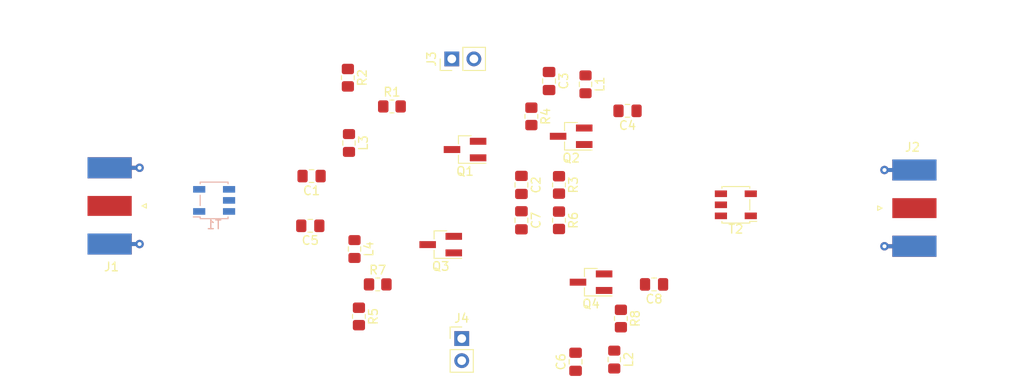
<source format=kicad_pcb>
(kicad_pcb (version 20171130) (host pcbnew "(5.1.9)-1")

  (general
    (thickness 1.6)
    (drawings 0)
    (tracks 0)
    (zones 0)
    (modules 30)
    (nets 20)
  )

  (page A4)
  (layers
    (0 F.Cu signal)
    (31 B.Cu signal)
    (32 B.Adhes user)
    (33 F.Adhes user)
    (34 B.Paste user)
    (35 F.Paste user)
    (36 B.SilkS user)
    (37 F.SilkS user)
    (38 B.Mask user)
    (39 F.Mask user)
    (40 Dwgs.User user)
    (41 Cmts.User user)
    (42 Eco1.User user)
    (43 Eco2.User user)
    (44 Edge.Cuts user)
    (45 Margin user)
    (46 B.CrtYd user)
    (47 F.CrtYd user)
    (48 B.Fab user)
    (49 F.Fab user)
  )

  (setup
    (last_trace_width 0.25)
    (trace_clearance 0.2)
    (zone_clearance 0.508)
    (zone_45_only no)
    (trace_min 0.2)
    (via_size 0.8)
    (via_drill 0.4)
    (via_min_size 0.4)
    (via_min_drill 0.3)
    (uvia_size 0.3)
    (uvia_drill 0.1)
    (uvias_allowed no)
    (uvia_min_size 0.2)
    (uvia_min_drill 0.1)
    (edge_width 0.05)
    (segment_width 0.2)
    (pcb_text_width 0.3)
    (pcb_text_size 1.5 1.5)
    (mod_edge_width 0.12)
    (mod_text_size 1 1)
    (mod_text_width 0.15)
    (pad_size 1.75 1.75)
    (pad_drill 1)
    (pad_to_mask_clearance 0.051)
    (solder_mask_min_width 0.25)
    (aux_axis_origin 0 0)
    (visible_elements 7FFFFFFF)
    (pcbplotparams
      (layerselection 0x010fc_ffffffff)
      (usegerberextensions false)
      (usegerberattributes false)
      (usegerberadvancedattributes false)
      (creategerberjobfile false)
      (excludeedgelayer true)
      (linewidth 0.100000)
      (plotframeref false)
      (viasonmask false)
      (mode 1)
      (useauxorigin false)
      (hpglpennumber 1)
      (hpglpenspeed 20)
      (hpglpendiameter 15.000000)
      (psnegative false)
      (psa4output false)
      (plotreference true)
      (plotvalue true)
      (plotinvisibletext false)
      (padsonsilk false)
      (subtractmaskfromsilk false)
      (outputformat 1)
      (mirror false)
      (drillshape 1)
      (scaleselection 1)
      (outputdirectory ""))
  )

  (net 0 "")
  (net 1 "Net-(C1-Pad1)")
  (net 2 "Net-(C1-Pad2)")
  (net 3 GND)
  (net 4 "Net-(C3-Pad1)")
  (net 5 "Net-(J1-Pad1)")
  (net 6 "Net-(J2-Pad1)")
  (net 7 "Net-(C6-Pad1)")
  (net 8 "Net-(C4-Pad2)")
  (net 9 "Net-(C8-Pad2)")
  (net 10 "Net-(L3-Pad1)")
  (net 11 "Net-(C5-Pad1)")
  (net 12 "Net-(L4-Pad2)")
  (net 13 "Net-(C2-Pad1)")
  (net 14 "Net-(Q1-Pad2)")
  (net 15 "Net-(C7-Pad2)")
  (net 16 "Net-(Q3-Pad3)")
  (net 17 "Net-(C5-Pad2)")
  (net 18 "Net-(C8-Pad1)")
  (net 19 "Net-(C4-Pad1)")

  (net_class Default "This is the default net class."
    (clearance 0.2)
    (trace_width 0.25)
    (via_dia 0.8)
    (via_drill 0.4)
    (uvia_dia 0.3)
    (uvia_drill 0.1)
    (add_net GND)
    (add_net "Net-(C1-Pad1)")
    (add_net "Net-(C1-Pad2)")
    (add_net "Net-(C2-Pad1)")
    (add_net "Net-(C3-Pad1)")
    (add_net "Net-(C4-Pad1)")
    (add_net "Net-(C4-Pad2)")
    (add_net "Net-(C5-Pad1)")
    (add_net "Net-(C5-Pad2)")
    (add_net "Net-(C6-Pad1)")
    (add_net "Net-(C7-Pad2)")
    (add_net "Net-(C8-Pad1)")
    (add_net "Net-(C8-Pad2)")
    (add_net "Net-(J1-Pad1)")
    (add_net "Net-(J2-Pad1)")
    (add_net "Net-(L3-Pad1)")
    (add_net "Net-(L4-Pad2)")
    (add_net "Net-(Q1-Pad2)")
    (add_net "Net-(Q3-Pad3)")
  )

  (module Resistor_SMD:R_0805_2012Metric_Pad1.20x1.40mm_HandSolder (layer F.Cu) (tedit 5F68FEEE) (tstamp 6282B2E9)
    (at 169.545 101.457 270)
    (descr "Resistor SMD 0805 (2012 Metric), square (rectangular) end terminal, IPC_7351 nominal with elongated pad for handsoldering. (Body size source: IPC-SM-782 page 72, https://www.pcb-3d.com/wordpress/wp-content/uploads/ipc-sm-782a_amendment_1_and_2.pdf), generated with kicad-footprint-generator")
    (tags "resistor handsolder")
    (path /62859B70)
    (attr smd)
    (fp_text reference R8 (at 0 -1.65 90) (layer F.SilkS)
      (effects (font (size 1 1) (thickness 0.15)))
    )
    (fp_text value 1 (at 0 1.65 90) (layer F.Fab)
      (effects (font (size 1 1) (thickness 0.15)))
    )
    (fp_line (start 1.85 0.95) (end -1.85 0.95) (layer F.CrtYd) (width 0.05))
    (fp_line (start 1.85 -0.95) (end 1.85 0.95) (layer F.CrtYd) (width 0.05))
    (fp_line (start -1.85 -0.95) (end 1.85 -0.95) (layer F.CrtYd) (width 0.05))
    (fp_line (start -1.85 0.95) (end -1.85 -0.95) (layer F.CrtYd) (width 0.05))
    (fp_line (start -0.227064 0.735) (end 0.227064 0.735) (layer F.SilkS) (width 0.12))
    (fp_line (start -0.227064 -0.735) (end 0.227064 -0.735) (layer F.SilkS) (width 0.12))
    (fp_line (start 1 0.625) (end -1 0.625) (layer F.Fab) (width 0.1))
    (fp_line (start 1 -0.625) (end 1 0.625) (layer F.Fab) (width 0.1))
    (fp_line (start -1 -0.625) (end 1 -0.625) (layer F.Fab) (width 0.1))
    (fp_line (start -1 0.625) (end -1 -0.625) (layer F.Fab) (width 0.1))
    (fp_text user %R (at 0 0 90) (layer F.Fab)
      (effects (font (size 0.5 0.5) (thickness 0.08)))
    )
    (pad 2 smd roundrect (at 1 0 270) (size 1.2 1.4) (layers F.Cu F.Paste F.Mask) (roundrect_rratio 0.208333)
      (net 9 "Net-(C8-Pad2)"))
    (pad 1 smd roundrect (at -1 0 270) (size 1.2 1.4) (layers F.Cu F.Paste F.Mask) (roundrect_rratio 0.208333)
      (net 16 "Net-(Q3-Pad3)"))
    (model ${KISYS3DMOD}/Resistor_SMD.3dshapes/R_0805_2012Metric.wrl
      (at (xyz 0 0 0))
      (scale (xyz 1 1 1))
      (rotate (xyz 0 0 0))
    )
  )

  (module Resistor_SMD:R_0805_2012Metric_Pad1.20x1.40mm_HandSolder (layer F.Cu) (tedit 5F68FEEE) (tstamp 6282B2D8)
    (at 141.605 97.536)
    (descr "Resistor SMD 0805 (2012 Metric), square (rectangular) end terminal, IPC_7351 nominal with elongated pad for handsoldering. (Body size source: IPC-SM-782 page 72, https://www.pcb-3d.com/wordpress/wp-content/uploads/ipc-sm-782a_amendment_1_and_2.pdf), generated with kicad-footprint-generator")
    (tags "resistor handsolder")
    (path /62835614)
    (attr smd)
    (fp_text reference R7 (at 0 -1.65) (layer F.SilkS)
      (effects (font (size 1 1) (thickness 0.15)))
    )
    (fp_text value 1.8M (at 0 1.65) (layer F.Fab)
      (effects (font (size 1 1) (thickness 0.15)))
    )
    (fp_line (start 1.85 0.95) (end -1.85 0.95) (layer F.CrtYd) (width 0.05))
    (fp_line (start 1.85 -0.95) (end 1.85 0.95) (layer F.CrtYd) (width 0.05))
    (fp_line (start -1.85 -0.95) (end 1.85 -0.95) (layer F.CrtYd) (width 0.05))
    (fp_line (start -1.85 0.95) (end -1.85 -0.95) (layer F.CrtYd) (width 0.05))
    (fp_line (start -0.227064 0.735) (end 0.227064 0.735) (layer F.SilkS) (width 0.12))
    (fp_line (start -0.227064 -0.735) (end 0.227064 -0.735) (layer F.SilkS) (width 0.12))
    (fp_line (start 1 0.625) (end -1 0.625) (layer F.Fab) (width 0.1))
    (fp_line (start 1 -0.625) (end 1 0.625) (layer F.Fab) (width 0.1))
    (fp_line (start -1 -0.625) (end 1 -0.625) (layer F.Fab) (width 0.1))
    (fp_line (start -1 0.625) (end -1 -0.625) (layer F.Fab) (width 0.1))
    (fp_text user %R (at 0 0) (layer F.Fab)
      (effects (font (size 0.5 0.5) (thickness 0.08)))
    )
    (pad 2 smd roundrect (at 1 0) (size 1.2 1.4) (layers F.Cu F.Paste F.Mask) (roundrect_rratio 0.208333)
      (net 3 GND))
    (pad 1 smd roundrect (at -1 0) (size 1.2 1.4) (layers F.Cu F.Paste F.Mask) (roundrect_rratio 0.208333)
      (net 12 "Net-(L4-Pad2)"))
    (model ${KISYS3DMOD}/Resistor_SMD.3dshapes/R_0805_2012Metric.wrl
      (at (xyz 0 0 0))
      (scale (xyz 1 1 1))
      (rotate (xyz 0 0 0))
    )
  )

  (module Resistor_SMD:R_0805_2012Metric_Pad1.20x1.40mm_HandSolder (layer F.Cu) (tedit 5F68FEEE) (tstamp 6282B2C7)
    (at 162.433 90.17 270)
    (descr "Resistor SMD 0805 (2012 Metric), square (rectangular) end terminal, IPC_7351 nominal with elongated pad for handsoldering. (Body size source: IPC-SM-782 page 72, https://www.pcb-3d.com/wordpress/wp-content/uploads/ipc-sm-782a_amendment_1_and_2.pdf), generated with kicad-footprint-generator")
    (tags "resistor handsolder")
    (path /6284F4EB)
    (attr smd)
    (fp_text reference R6 (at 0 -1.65 90) (layer F.SilkS)
      (effects (font (size 1 1) (thickness 0.15)))
    )
    (fp_text value 1 (at 0 1.65 90) (layer F.Fab)
      (effects (font (size 1 1) (thickness 0.15)))
    )
    (fp_line (start 1.85 0.95) (end -1.85 0.95) (layer F.CrtYd) (width 0.05))
    (fp_line (start 1.85 -0.95) (end 1.85 0.95) (layer F.CrtYd) (width 0.05))
    (fp_line (start -1.85 -0.95) (end 1.85 -0.95) (layer F.CrtYd) (width 0.05))
    (fp_line (start -1.85 0.95) (end -1.85 -0.95) (layer F.CrtYd) (width 0.05))
    (fp_line (start -0.227064 0.735) (end 0.227064 0.735) (layer F.SilkS) (width 0.12))
    (fp_line (start -0.227064 -0.735) (end 0.227064 -0.735) (layer F.SilkS) (width 0.12))
    (fp_line (start 1 0.625) (end -1 0.625) (layer F.Fab) (width 0.1))
    (fp_line (start 1 -0.625) (end 1 0.625) (layer F.Fab) (width 0.1))
    (fp_line (start -1 -0.625) (end 1 -0.625) (layer F.Fab) (width 0.1))
    (fp_line (start -1 0.625) (end -1 -0.625) (layer F.Fab) (width 0.1))
    (fp_text user %R (at 0 0 90) (layer F.Fab)
      (effects (font (size 0.5 0.5) (thickness 0.08)))
    )
    (pad 2 smd roundrect (at 1 0 270) (size 1.2 1.4) (layers F.Cu F.Paste F.Mask) (roundrect_rratio 0.208333)
      (net 15 "Net-(C7-Pad2)"))
    (pad 1 smd roundrect (at -1 0 270) (size 1.2 1.4) (layers F.Cu F.Paste F.Mask) (roundrect_rratio 0.208333)
      (net 3 GND))
    (model ${KISYS3DMOD}/Resistor_SMD.3dshapes/R_0805_2012Metric.wrl
      (at (xyz 0 0 0))
      (scale (xyz 1 1 1))
      (rotate (xyz 0 0 0))
    )
  )

  (module Resistor_SMD:R_0805_2012Metric_Pad1.20x1.40mm_HandSolder (layer F.Cu) (tedit 5F68FEEE) (tstamp 6282B2B6)
    (at 139.446 101.219 270)
    (descr "Resistor SMD 0805 (2012 Metric), square (rectangular) end terminal, IPC_7351 nominal with elongated pad for handsoldering. (Body size source: IPC-SM-782 page 72, https://www.pcb-3d.com/wordpress/wp-content/uploads/ipc-sm-782a_amendment_1_and_2.pdf), generated with kicad-footprint-generator")
    (tags "resistor handsolder")
    (path /62835217)
    (attr smd)
    (fp_text reference R5 (at 0 -1.65 90) (layer F.SilkS)
      (effects (font (size 1 1) (thickness 0.15)))
    )
    (fp_text value 51k (at 0 1.65 90) (layer F.Fab)
      (effects (font (size 1 1) (thickness 0.15)))
    )
    (fp_line (start 1.85 0.95) (end -1.85 0.95) (layer F.CrtYd) (width 0.05))
    (fp_line (start 1.85 -0.95) (end 1.85 0.95) (layer F.CrtYd) (width 0.05))
    (fp_line (start -1.85 -0.95) (end 1.85 -0.95) (layer F.CrtYd) (width 0.05))
    (fp_line (start -1.85 0.95) (end -1.85 -0.95) (layer F.CrtYd) (width 0.05))
    (fp_line (start -0.227064 0.735) (end 0.227064 0.735) (layer F.SilkS) (width 0.12))
    (fp_line (start -0.227064 -0.735) (end 0.227064 -0.735) (layer F.SilkS) (width 0.12))
    (fp_line (start 1 0.625) (end -1 0.625) (layer F.Fab) (width 0.1))
    (fp_line (start 1 -0.625) (end 1 0.625) (layer F.Fab) (width 0.1))
    (fp_line (start -1 -0.625) (end 1 -0.625) (layer F.Fab) (width 0.1))
    (fp_line (start -1 0.625) (end -1 -0.625) (layer F.Fab) (width 0.1))
    (fp_text user %R (at 0 0 90) (layer F.Fab)
      (effects (font (size 0.5 0.5) (thickness 0.08)))
    )
    (pad 2 smd roundrect (at 1 0 270) (size 1.2 1.4) (layers F.Cu F.Paste F.Mask) (roundrect_rratio 0.208333)
      (net 7 "Net-(C6-Pad1)"))
    (pad 1 smd roundrect (at -1 0 270) (size 1.2 1.4) (layers F.Cu F.Paste F.Mask) (roundrect_rratio 0.208333)
      (net 12 "Net-(L4-Pad2)"))
    (model ${KISYS3DMOD}/Resistor_SMD.3dshapes/R_0805_2012Metric.wrl
      (at (xyz 0 0 0))
      (scale (xyz 1 1 1))
      (rotate (xyz 0 0 0))
    )
  )

  (module Resistor_SMD:R_0805_2012Metric_Pad1.20x1.40mm_HandSolder (layer F.Cu) (tedit 5F68FEEE) (tstamp 6282B2A5)
    (at 159.258 78.232 270)
    (descr "Resistor SMD 0805 (2012 Metric), square (rectangular) end terminal, IPC_7351 nominal with elongated pad for handsoldering. (Body size source: IPC-SM-782 page 72, https://www.pcb-3d.com/wordpress/wp-content/uploads/ipc-sm-782a_amendment_1_and_2.pdf), generated with kicad-footprint-generator")
    (tags "resistor handsolder")
    (path /6284622F)
    (attr smd)
    (fp_text reference R4 (at 0 -1.65 90) (layer F.SilkS)
      (effects (font (size 1 1) (thickness 0.15)))
    )
    (fp_text value 1 (at 0 1.65 90) (layer F.Fab)
      (effects (font (size 1 1) (thickness 0.15)))
    )
    (fp_line (start 1.85 0.95) (end -1.85 0.95) (layer F.CrtYd) (width 0.05))
    (fp_line (start 1.85 -0.95) (end 1.85 0.95) (layer F.CrtYd) (width 0.05))
    (fp_line (start -1.85 -0.95) (end 1.85 -0.95) (layer F.CrtYd) (width 0.05))
    (fp_line (start -1.85 0.95) (end -1.85 -0.95) (layer F.CrtYd) (width 0.05))
    (fp_line (start -0.227064 0.735) (end 0.227064 0.735) (layer F.SilkS) (width 0.12))
    (fp_line (start -0.227064 -0.735) (end 0.227064 -0.735) (layer F.SilkS) (width 0.12))
    (fp_line (start 1 0.625) (end -1 0.625) (layer F.Fab) (width 0.1))
    (fp_line (start 1 -0.625) (end 1 0.625) (layer F.Fab) (width 0.1))
    (fp_line (start -1 -0.625) (end 1 -0.625) (layer F.Fab) (width 0.1))
    (fp_line (start -1 0.625) (end -1 -0.625) (layer F.Fab) (width 0.1))
    (fp_text user %R (at 0 0 90) (layer F.Fab)
      (effects (font (size 0.5 0.5) (thickness 0.08)))
    )
    (pad 2 smd roundrect (at 1 0 270) (size 1.2 1.4) (layers F.Cu F.Paste F.Mask) (roundrect_rratio 0.208333)
      (net 14 "Net-(Q1-Pad2)"))
    (pad 1 smd roundrect (at -1 0 270) (size 1.2 1.4) (layers F.Cu F.Paste F.Mask) (roundrect_rratio 0.208333)
      (net 8 "Net-(C4-Pad2)"))
    (model ${KISYS3DMOD}/Resistor_SMD.3dshapes/R_0805_2012Metric.wrl
      (at (xyz 0 0 0))
      (scale (xyz 1 1 1))
      (rotate (xyz 0 0 0))
    )
  )

  (module Resistor_SMD:R_0805_2012Metric_Pad1.20x1.40mm_HandSolder (layer F.Cu) (tedit 5F68FEEE) (tstamp 6282B294)
    (at 162.433 86.106 270)
    (descr "Resistor SMD 0805 (2012 Metric), square (rectangular) end terminal, IPC_7351 nominal with elongated pad for handsoldering. (Body size source: IPC-SM-782 page 72, https://www.pcb-3d.com/wordpress/wp-content/uploads/ipc-sm-782a_amendment_1_and_2.pdf), generated with kicad-footprint-generator")
    (tags "resistor handsolder")
    (path /6284AAA9)
    (attr smd)
    (fp_text reference R3 (at 0 -1.65 90) (layer F.SilkS)
      (effects (font (size 1 1) (thickness 0.15)))
    )
    (fp_text value 1 (at 0 1.65 90) (layer F.Fab)
      (effects (font (size 1 1) (thickness 0.15)))
    )
    (fp_line (start 1.85 0.95) (end -1.85 0.95) (layer F.CrtYd) (width 0.05))
    (fp_line (start 1.85 -0.95) (end 1.85 0.95) (layer F.CrtYd) (width 0.05))
    (fp_line (start -1.85 -0.95) (end 1.85 -0.95) (layer F.CrtYd) (width 0.05))
    (fp_line (start -1.85 0.95) (end -1.85 -0.95) (layer F.CrtYd) (width 0.05))
    (fp_line (start -0.227064 0.735) (end 0.227064 0.735) (layer F.SilkS) (width 0.12))
    (fp_line (start -0.227064 -0.735) (end 0.227064 -0.735) (layer F.SilkS) (width 0.12))
    (fp_line (start 1 0.625) (end -1 0.625) (layer F.Fab) (width 0.1))
    (fp_line (start 1 -0.625) (end 1 0.625) (layer F.Fab) (width 0.1))
    (fp_line (start -1 -0.625) (end 1 -0.625) (layer F.Fab) (width 0.1))
    (fp_line (start -1 0.625) (end -1 -0.625) (layer F.Fab) (width 0.1))
    (fp_text user %R (at 0 0 90) (layer F.Fab)
      (effects (font (size 0.5 0.5) (thickness 0.08)))
    )
    (pad 2 smd roundrect (at 1 0 270) (size 1.2 1.4) (layers F.Cu F.Paste F.Mask) (roundrect_rratio 0.208333)
      (net 3 GND))
    (pad 1 smd roundrect (at -1 0 270) (size 1.2 1.4) (layers F.Cu F.Paste F.Mask) (roundrect_rratio 0.208333)
      (net 13 "Net-(C2-Pad1)"))
    (model ${KISYS3DMOD}/Resistor_SMD.3dshapes/R_0805_2012Metric.wrl
      (at (xyz 0 0 0))
      (scale (xyz 1 1 1))
      (rotate (xyz 0 0 0))
    )
  )

  (module Resistor_SMD:R_0805_2012Metric_Pad1.20x1.40mm_HandSolder (layer F.Cu) (tedit 5F68FEEE) (tstamp 6282B283)
    (at 138.176 73.787 270)
    (descr "Resistor SMD 0805 (2012 Metric), square (rectangular) end terminal, IPC_7351 nominal with elongated pad for handsoldering. (Body size source: IPC-SM-782 page 72, https://www.pcb-3d.com/wordpress/wp-content/uploads/ipc-sm-782a_amendment_1_and_2.pdf), generated with kicad-footprint-generator")
    (tags "resistor handsolder")
    (path /62833F25)
    (attr smd)
    (fp_text reference R2 (at 0 -1.65 90) (layer F.SilkS)
      (effects (font (size 1 1) (thickness 0.15)))
    )
    (fp_text value 20k (at 0 1.65 90) (layer F.Fab)
      (effects (font (size 1 1) (thickness 0.15)))
    )
    (fp_line (start 1.85 0.95) (end -1.85 0.95) (layer F.CrtYd) (width 0.05))
    (fp_line (start 1.85 -0.95) (end 1.85 0.95) (layer F.CrtYd) (width 0.05))
    (fp_line (start -1.85 -0.95) (end 1.85 -0.95) (layer F.CrtYd) (width 0.05))
    (fp_line (start -1.85 0.95) (end -1.85 -0.95) (layer F.CrtYd) (width 0.05))
    (fp_line (start -0.227064 0.735) (end 0.227064 0.735) (layer F.SilkS) (width 0.12))
    (fp_line (start -0.227064 -0.735) (end 0.227064 -0.735) (layer F.SilkS) (width 0.12))
    (fp_line (start 1 0.625) (end -1 0.625) (layer F.Fab) (width 0.1))
    (fp_line (start 1 -0.625) (end 1 0.625) (layer F.Fab) (width 0.1))
    (fp_line (start -1 -0.625) (end 1 -0.625) (layer F.Fab) (width 0.1))
    (fp_line (start -1 0.625) (end -1 -0.625) (layer F.Fab) (width 0.1))
    (fp_text user %R (at 0 0 90) (layer F.Fab)
      (effects (font (size 0.5 0.5) (thickness 0.08)))
    )
    (pad 2 smd roundrect (at 1 0 270) (size 1.2 1.4) (layers F.Cu F.Paste F.Mask) (roundrect_rratio 0.208333)
      (net 10 "Net-(L3-Pad1)"))
    (pad 1 smd roundrect (at -1 0 270) (size 1.2 1.4) (layers F.Cu F.Paste F.Mask) (roundrect_rratio 0.208333)
      (net 4 "Net-(C3-Pad1)"))
    (model ${KISYS3DMOD}/Resistor_SMD.3dshapes/R_0805_2012Metric.wrl
      (at (xyz 0 0 0))
      (scale (xyz 1 1 1))
      (rotate (xyz 0 0 0))
    )
  )

  (module Resistor_SMD:R_0805_2012Metric_Pad1.20x1.40mm_HandSolder (layer F.Cu) (tedit 5F68FEEE) (tstamp 6282B272)
    (at 143.24 77.089)
    (descr "Resistor SMD 0805 (2012 Metric), square (rectangular) end terminal, IPC_7351 nominal with elongated pad for handsoldering. (Body size source: IPC-SM-782 page 72, https://www.pcb-3d.com/wordpress/wp-content/uploads/ipc-sm-782a_amendment_1_and_2.pdf), generated with kicad-footprint-generator")
    (tags "resistor handsolder")
    (path /62834C22)
    (attr smd)
    (fp_text reference R1 (at 0 -1.65) (layer F.SilkS)
      (effects (font (size 1 1) (thickness 0.15)))
    )
    (fp_text value 1.8M (at 0 1.65) (layer F.Fab)
      (effects (font (size 1 1) (thickness 0.15)))
    )
    (fp_line (start 1.85 0.95) (end -1.85 0.95) (layer F.CrtYd) (width 0.05))
    (fp_line (start 1.85 -0.95) (end 1.85 0.95) (layer F.CrtYd) (width 0.05))
    (fp_line (start -1.85 -0.95) (end 1.85 -0.95) (layer F.CrtYd) (width 0.05))
    (fp_line (start -1.85 0.95) (end -1.85 -0.95) (layer F.CrtYd) (width 0.05))
    (fp_line (start -0.227064 0.735) (end 0.227064 0.735) (layer F.SilkS) (width 0.12))
    (fp_line (start -0.227064 -0.735) (end 0.227064 -0.735) (layer F.SilkS) (width 0.12))
    (fp_line (start 1 0.625) (end -1 0.625) (layer F.Fab) (width 0.1))
    (fp_line (start 1 -0.625) (end 1 0.625) (layer F.Fab) (width 0.1))
    (fp_line (start -1 -0.625) (end 1 -0.625) (layer F.Fab) (width 0.1))
    (fp_line (start -1 0.625) (end -1 -0.625) (layer F.Fab) (width 0.1))
    (fp_text user %R (at 0 0) (layer F.Fab)
      (effects (font (size 0.5 0.5) (thickness 0.08)))
    )
    (pad 2 smd roundrect (at 1 0) (size 1.2 1.4) (layers F.Cu F.Paste F.Mask) (roundrect_rratio 0.208333)
      (net 3 GND))
    (pad 1 smd roundrect (at -1 0) (size 1.2 1.4) (layers F.Cu F.Paste F.Mask) (roundrect_rratio 0.208333)
      (net 10 "Net-(L3-Pad1)"))
    (model ${KISYS3DMOD}/Resistor_SMD.3dshapes/R_0805_2012Metric.wrl
      (at (xyz 0 0 0))
      (scale (xyz 1 1 1))
      (rotate (xyz 0 0 0))
    )
  )

  (module Capacitor_SMD:C_0805_2012Metric_Pad1.18x1.45mm_HandSolder (layer F.Cu) (tedit 5F68FEEF) (tstamp 6282A7F1)
    (at 173.355 97.536 180)
    (descr "Capacitor SMD 0805 (2012 Metric), square (rectangular) end terminal, IPC_7351 nominal with elongated pad for handsoldering. (Body size source: IPC-SM-782 page 76, https://www.pcb-3d.com/wordpress/wp-content/uploads/ipc-sm-782a_amendment_1_and_2.pdf, https://docs.google.com/spreadsheets/d/1BsfQQcO9C6DZCsRaXUlFlo91Tg2WpOkGARC1WS5S8t0/edit?usp=sharing), generated with kicad-footprint-generator")
    (tags "capacitor handsolder")
    (path /6286D1FA)
    (attr smd)
    (fp_text reference C8 (at 0 -1.68) (layer F.SilkS)
      (effects (font (size 1 1) (thickness 0.15)))
    )
    (fp_text value 39pF (at 0 1.68) (layer F.Fab)
      (effects (font (size 1 1) (thickness 0.15)))
    )
    (fp_line (start 1.88 0.98) (end -1.88 0.98) (layer F.CrtYd) (width 0.05))
    (fp_line (start 1.88 -0.98) (end 1.88 0.98) (layer F.CrtYd) (width 0.05))
    (fp_line (start -1.88 -0.98) (end 1.88 -0.98) (layer F.CrtYd) (width 0.05))
    (fp_line (start -1.88 0.98) (end -1.88 -0.98) (layer F.CrtYd) (width 0.05))
    (fp_line (start -0.261252 0.735) (end 0.261252 0.735) (layer F.SilkS) (width 0.12))
    (fp_line (start -0.261252 -0.735) (end 0.261252 -0.735) (layer F.SilkS) (width 0.12))
    (fp_line (start 1 0.625) (end -1 0.625) (layer F.Fab) (width 0.1))
    (fp_line (start 1 -0.625) (end 1 0.625) (layer F.Fab) (width 0.1))
    (fp_line (start -1 -0.625) (end 1 -0.625) (layer F.Fab) (width 0.1))
    (fp_line (start -1 0.625) (end -1 -0.625) (layer F.Fab) (width 0.1))
    (fp_text user %R (at 0 0) (layer F.Fab)
      (effects (font (size 0.5 0.5) (thickness 0.08)))
    )
    (pad 2 smd roundrect (at 1.0375 0 180) (size 1.175 1.45) (layers F.Cu F.Paste F.Mask) (roundrect_rratio 0.212766)
      (net 9 "Net-(C8-Pad2)"))
    (pad 1 smd roundrect (at -1.0375 0 180) (size 1.175 1.45) (layers F.Cu F.Paste F.Mask) (roundrect_rratio 0.212766)
      (net 18 "Net-(C8-Pad1)"))
    (model ${KISYS3DMOD}/Capacitor_SMD.3dshapes/C_0805_2012Metric.wrl
      (at (xyz 0 0 0))
      (scale (xyz 1 1 1))
      (rotate (xyz 0 0 0))
    )
  )

  (module Capacitor_SMD:C_0805_2012Metric_Pad1.18x1.45mm_HandSolder (layer F.Cu) (tedit 5F68FEEF) (tstamp 6282A7E0)
    (at 158.115 90.17 270)
    (descr "Capacitor SMD 0805 (2012 Metric), square (rectangular) end terminal, IPC_7351 nominal with elongated pad for handsoldering. (Body size source: IPC-SM-782 page 76, https://www.pcb-3d.com/wordpress/wp-content/uploads/ipc-sm-782a_amendment_1_and_2.pdf, https://docs.google.com/spreadsheets/d/1BsfQQcO9C6DZCsRaXUlFlo91Tg2WpOkGARC1WS5S8t0/edit?usp=sharing), generated with kicad-footprint-generator")
    (tags "capacitor handsolder")
    (path /6284F4F1)
    (attr smd)
    (fp_text reference C7 (at 0 -1.68 90) (layer F.SilkS)
      (effects (font (size 1 1) (thickness 0.15)))
    )
    (fp_text value 3.9nF (at 0 1.68 90) (layer F.Fab)
      (effects (font (size 1 1) (thickness 0.15)))
    )
    (fp_line (start 1.88 0.98) (end -1.88 0.98) (layer F.CrtYd) (width 0.05))
    (fp_line (start 1.88 -0.98) (end 1.88 0.98) (layer F.CrtYd) (width 0.05))
    (fp_line (start -1.88 -0.98) (end 1.88 -0.98) (layer F.CrtYd) (width 0.05))
    (fp_line (start -1.88 0.98) (end -1.88 -0.98) (layer F.CrtYd) (width 0.05))
    (fp_line (start -0.261252 0.735) (end 0.261252 0.735) (layer F.SilkS) (width 0.12))
    (fp_line (start -0.261252 -0.735) (end 0.261252 -0.735) (layer F.SilkS) (width 0.12))
    (fp_line (start 1 0.625) (end -1 0.625) (layer F.Fab) (width 0.1))
    (fp_line (start 1 -0.625) (end 1 0.625) (layer F.Fab) (width 0.1))
    (fp_line (start -1 -0.625) (end 1 -0.625) (layer F.Fab) (width 0.1))
    (fp_line (start -1 0.625) (end -1 -0.625) (layer F.Fab) (width 0.1))
    (fp_text user %R (at 0 0 90) (layer F.Fab)
      (effects (font (size 0.5 0.5) (thickness 0.08)))
    )
    (pad 2 smd roundrect (at 1.0375 0 270) (size 1.175 1.45) (layers F.Cu F.Paste F.Mask) (roundrect_rratio 0.212766)
      (net 15 "Net-(C7-Pad2)"))
    (pad 1 smd roundrect (at -1.0375 0 270) (size 1.175 1.45) (layers F.Cu F.Paste F.Mask) (roundrect_rratio 0.212766)
      (net 3 GND))
    (model ${KISYS3DMOD}/Capacitor_SMD.3dshapes/C_0805_2012Metric.wrl
      (at (xyz 0 0 0))
      (scale (xyz 1 1 1))
      (rotate (xyz 0 0 0))
    )
  )

  (module Capacitor_SMD:C_0805_2012Metric_Pad1.18x1.45mm_HandSolder (layer F.Cu) (tedit 5F68FEEF) (tstamp 6282A7CF)
    (at 164.338 106.426 90)
    (descr "Capacitor SMD 0805 (2012 Metric), square (rectangular) end terminal, IPC_7351 nominal with elongated pad for handsoldering. (Body size source: IPC-SM-782 page 76, https://www.pcb-3d.com/wordpress/wp-content/uploads/ipc-sm-782a_amendment_1_and_2.pdf, https://docs.google.com/spreadsheets/d/1BsfQQcO9C6DZCsRaXUlFlo91Tg2WpOkGARC1WS5S8t0/edit?usp=sharing), generated with kicad-footprint-generator")
    (tags "capacitor handsolder")
    (path /6283C59C)
    (attr smd)
    (fp_text reference C6 (at 0 -1.68 90) (layer F.SilkS)
      (effects (font (size 1 1) (thickness 0.15)))
    )
    (fp_text value 220nF (at 0 1.68 90) (layer F.Fab)
      (effects (font (size 1 1) (thickness 0.15)))
    )
    (fp_line (start 1.88 0.98) (end -1.88 0.98) (layer F.CrtYd) (width 0.05))
    (fp_line (start 1.88 -0.98) (end 1.88 0.98) (layer F.CrtYd) (width 0.05))
    (fp_line (start -1.88 -0.98) (end 1.88 -0.98) (layer F.CrtYd) (width 0.05))
    (fp_line (start -1.88 0.98) (end -1.88 -0.98) (layer F.CrtYd) (width 0.05))
    (fp_line (start -0.261252 0.735) (end 0.261252 0.735) (layer F.SilkS) (width 0.12))
    (fp_line (start -0.261252 -0.735) (end 0.261252 -0.735) (layer F.SilkS) (width 0.12))
    (fp_line (start 1 0.625) (end -1 0.625) (layer F.Fab) (width 0.1))
    (fp_line (start 1 -0.625) (end 1 0.625) (layer F.Fab) (width 0.1))
    (fp_line (start -1 -0.625) (end 1 -0.625) (layer F.Fab) (width 0.1))
    (fp_line (start -1 0.625) (end -1 -0.625) (layer F.Fab) (width 0.1))
    (fp_text user %R (at 0 0 90) (layer F.Fab)
      (effects (font (size 0.5 0.5) (thickness 0.08)))
    )
    (pad 2 smd roundrect (at 1.0375 0 90) (size 1.175 1.45) (layers F.Cu F.Paste F.Mask) (roundrect_rratio 0.212766)
      (net 3 GND))
    (pad 1 smd roundrect (at -1.0375 0 90) (size 1.175 1.45) (layers F.Cu F.Paste F.Mask) (roundrect_rratio 0.212766)
      (net 7 "Net-(C6-Pad1)"))
    (model ${KISYS3DMOD}/Capacitor_SMD.3dshapes/C_0805_2012Metric.wrl
      (at (xyz 0 0 0))
      (scale (xyz 1 1 1))
      (rotate (xyz 0 0 0))
    )
  )

  (module Capacitor_SMD:C_0805_2012Metric_Pad1.18x1.45mm_HandSolder (layer F.Cu) (tedit 5F68FEEF) (tstamp 6282A7BE)
    (at 133.858 90.805 180)
    (descr "Capacitor SMD 0805 (2012 Metric), square (rectangular) end terminal, IPC_7351 nominal with elongated pad for handsoldering. (Body size source: IPC-SM-782 page 76, https://www.pcb-3d.com/wordpress/wp-content/uploads/ipc-sm-782a_amendment_1_and_2.pdf, https://docs.google.com/spreadsheets/d/1BsfQQcO9C6DZCsRaXUlFlo91Tg2WpOkGARC1WS5S8t0/edit?usp=sharing), generated with kicad-footprint-generator")
    (tags "capacitor handsolder")
    (path /6282CD09)
    (attr smd)
    (fp_text reference C5 (at 0 -1.68) (layer F.SilkS)
      (effects (font (size 1 1) (thickness 0.15)))
    )
    (fp_text value 220nF (at 0 1.68) (layer F.Fab)
      (effects (font (size 1 1) (thickness 0.15)))
    )
    (fp_line (start 1.88 0.98) (end -1.88 0.98) (layer F.CrtYd) (width 0.05))
    (fp_line (start 1.88 -0.98) (end 1.88 0.98) (layer F.CrtYd) (width 0.05))
    (fp_line (start -1.88 -0.98) (end 1.88 -0.98) (layer F.CrtYd) (width 0.05))
    (fp_line (start -1.88 0.98) (end -1.88 -0.98) (layer F.CrtYd) (width 0.05))
    (fp_line (start -0.261252 0.735) (end 0.261252 0.735) (layer F.SilkS) (width 0.12))
    (fp_line (start -0.261252 -0.735) (end 0.261252 -0.735) (layer F.SilkS) (width 0.12))
    (fp_line (start 1 0.625) (end -1 0.625) (layer F.Fab) (width 0.1))
    (fp_line (start 1 -0.625) (end 1 0.625) (layer F.Fab) (width 0.1))
    (fp_line (start -1 -0.625) (end 1 -0.625) (layer F.Fab) (width 0.1))
    (fp_line (start -1 0.625) (end -1 -0.625) (layer F.Fab) (width 0.1))
    (fp_text user %R (at 0 0) (layer F.Fab)
      (effects (font (size 0.5 0.5) (thickness 0.08)))
    )
    (pad 2 smd roundrect (at 1.0375 0 180) (size 1.175 1.45) (layers F.Cu F.Paste F.Mask) (roundrect_rratio 0.212766)
      (net 17 "Net-(C5-Pad2)"))
    (pad 1 smd roundrect (at -1.0375 0 180) (size 1.175 1.45) (layers F.Cu F.Paste F.Mask) (roundrect_rratio 0.212766)
      (net 11 "Net-(C5-Pad1)"))
    (model ${KISYS3DMOD}/Capacitor_SMD.3dshapes/C_0805_2012Metric.wrl
      (at (xyz 0 0 0))
      (scale (xyz 1 1 1))
      (rotate (xyz 0 0 0))
    )
  )

  (module Capacitor_SMD:C_0805_2012Metric_Pad1.18x1.45mm_HandSolder (layer F.Cu) (tedit 5F68FEEF) (tstamp 6282A7AD)
    (at 170.307 77.597 180)
    (descr "Capacitor SMD 0805 (2012 Metric), square (rectangular) end terminal, IPC_7351 nominal with elongated pad for handsoldering. (Body size source: IPC-SM-782 page 76, https://www.pcb-3d.com/wordpress/wp-content/uploads/ipc-sm-782a_amendment_1_and_2.pdf, https://docs.google.com/spreadsheets/d/1BsfQQcO9C6DZCsRaXUlFlo91Tg2WpOkGARC1WS5S8t0/edit?usp=sharing), generated with kicad-footprint-generator")
    (tags "capacitor handsolder")
    (path /6286D1F4)
    (attr smd)
    (fp_text reference C4 (at 0 -1.68) (layer F.SilkS)
      (effects (font (size 1 1) (thickness 0.15)))
    )
    (fp_text value 39pF (at 0 1.68) (layer F.Fab)
      (effects (font (size 1 1) (thickness 0.15)))
    )
    (fp_line (start 1.88 0.98) (end -1.88 0.98) (layer F.CrtYd) (width 0.05))
    (fp_line (start 1.88 -0.98) (end 1.88 0.98) (layer F.CrtYd) (width 0.05))
    (fp_line (start -1.88 -0.98) (end 1.88 -0.98) (layer F.CrtYd) (width 0.05))
    (fp_line (start -1.88 0.98) (end -1.88 -0.98) (layer F.CrtYd) (width 0.05))
    (fp_line (start -0.261252 0.735) (end 0.261252 0.735) (layer F.SilkS) (width 0.12))
    (fp_line (start -0.261252 -0.735) (end 0.261252 -0.735) (layer F.SilkS) (width 0.12))
    (fp_line (start 1 0.625) (end -1 0.625) (layer F.Fab) (width 0.1))
    (fp_line (start 1 -0.625) (end 1 0.625) (layer F.Fab) (width 0.1))
    (fp_line (start -1 -0.625) (end 1 -0.625) (layer F.Fab) (width 0.1))
    (fp_line (start -1 0.625) (end -1 -0.625) (layer F.Fab) (width 0.1))
    (fp_text user %R (at 0 0) (layer F.Fab)
      (effects (font (size 0.5 0.5) (thickness 0.08)))
    )
    (pad 2 smd roundrect (at 1.0375 0 180) (size 1.175 1.45) (layers F.Cu F.Paste F.Mask) (roundrect_rratio 0.212766)
      (net 8 "Net-(C4-Pad2)"))
    (pad 1 smd roundrect (at -1.0375 0 180) (size 1.175 1.45) (layers F.Cu F.Paste F.Mask) (roundrect_rratio 0.212766)
      (net 19 "Net-(C4-Pad1)"))
    (model ${KISYS3DMOD}/Capacitor_SMD.3dshapes/C_0805_2012Metric.wrl
      (at (xyz 0 0 0))
      (scale (xyz 1 1 1))
      (rotate (xyz 0 0 0))
    )
  )

  (module Capacitor_SMD:C_0805_2012Metric_Pad1.18x1.45mm_HandSolder (layer F.Cu) (tedit 5F68FEEF) (tstamp 6282A79C)
    (at 161.29 74.168 270)
    (descr "Capacitor SMD 0805 (2012 Metric), square (rectangular) end terminal, IPC_7351 nominal with elongated pad for handsoldering. (Body size source: IPC-SM-782 page 76, https://www.pcb-3d.com/wordpress/wp-content/uploads/ipc-sm-782a_amendment_1_and_2.pdf, https://docs.google.com/spreadsheets/d/1BsfQQcO9C6DZCsRaXUlFlo91Tg2WpOkGARC1WS5S8t0/edit?usp=sharing), generated with kicad-footprint-generator")
    (tags "capacitor handsolder")
    (path /6283B7C3)
    (attr smd)
    (fp_text reference C3 (at 0 -1.68 90) (layer F.SilkS)
      (effects (font (size 1 1) (thickness 0.15)))
    )
    (fp_text value 220nF (at 0 1.68 90) (layer F.Fab)
      (effects (font (size 1 1) (thickness 0.15)))
    )
    (fp_line (start 1.88 0.98) (end -1.88 0.98) (layer F.CrtYd) (width 0.05))
    (fp_line (start 1.88 -0.98) (end 1.88 0.98) (layer F.CrtYd) (width 0.05))
    (fp_line (start -1.88 -0.98) (end 1.88 -0.98) (layer F.CrtYd) (width 0.05))
    (fp_line (start -1.88 0.98) (end -1.88 -0.98) (layer F.CrtYd) (width 0.05))
    (fp_line (start -0.261252 0.735) (end 0.261252 0.735) (layer F.SilkS) (width 0.12))
    (fp_line (start -0.261252 -0.735) (end 0.261252 -0.735) (layer F.SilkS) (width 0.12))
    (fp_line (start 1 0.625) (end -1 0.625) (layer F.Fab) (width 0.1))
    (fp_line (start 1 -0.625) (end 1 0.625) (layer F.Fab) (width 0.1))
    (fp_line (start -1 -0.625) (end 1 -0.625) (layer F.Fab) (width 0.1))
    (fp_line (start -1 0.625) (end -1 -0.625) (layer F.Fab) (width 0.1))
    (fp_text user %R (at 0 0 90) (layer F.Fab)
      (effects (font (size 0.5 0.5) (thickness 0.08)))
    )
    (pad 2 smd roundrect (at 1.0375 0 270) (size 1.175 1.45) (layers F.Cu F.Paste F.Mask) (roundrect_rratio 0.212766)
      (net 3 GND))
    (pad 1 smd roundrect (at -1.0375 0 270) (size 1.175 1.45) (layers F.Cu F.Paste F.Mask) (roundrect_rratio 0.212766)
      (net 4 "Net-(C3-Pad1)"))
    (model ${KISYS3DMOD}/Capacitor_SMD.3dshapes/C_0805_2012Metric.wrl
      (at (xyz 0 0 0))
      (scale (xyz 1 1 1))
      (rotate (xyz 0 0 0))
    )
  )

  (module Capacitor_SMD:C_0805_2012Metric_Pad1.18x1.45mm_HandSolder (layer F.Cu) (tedit 5F68FEEF) (tstamp 6282A78B)
    (at 158.115 86.106 270)
    (descr "Capacitor SMD 0805 (2012 Metric), square (rectangular) end terminal, IPC_7351 nominal with elongated pad for handsoldering. (Body size source: IPC-SM-782 page 76, https://www.pcb-3d.com/wordpress/wp-content/uploads/ipc-sm-782a_amendment_1_and_2.pdf, https://docs.google.com/spreadsheets/d/1BsfQQcO9C6DZCsRaXUlFlo91Tg2WpOkGARC1WS5S8t0/edit?usp=sharing), generated with kicad-footprint-generator")
    (tags "capacitor handsolder")
    (path /6284BB4C)
    (attr smd)
    (fp_text reference C2 (at 0 -1.68 90) (layer F.SilkS)
      (effects (font (size 1 1) (thickness 0.15)))
    )
    (fp_text value 3.9nF (at 0 1.68 90) (layer F.Fab)
      (effects (font (size 1 1) (thickness 0.15)))
    )
    (fp_line (start 1.88 0.98) (end -1.88 0.98) (layer F.CrtYd) (width 0.05))
    (fp_line (start 1.88 -0.98) (end 1.88 0.98) (layer F.CrtYd) (width 0.05))
    (fp_line (start -1.88 -0.98) (end 1.88 -0.98) (layer F.CrtYd) (width 0.05))
    (fp_line (start -1.88 0.98) (end -1.88 -0.98) (layer F.CrtYd) (width 0.05))
    (fp_line (start -0.261252 0.735) (end 0.261252 0.735) (layer F.SilkS) (width 0.12))
    (fp_line (start -0.261252 -0.735) (end 0.261252 -0.735) (layer F.SilkS) (width 0.12))
    (fp_line (start 1 0.625) (end -1 0.625) (layer F.Fab) (width 0.1))
    (fp_line (start 1 -0.625) (end 1 0.625) (layer F.Fab) (width 0.1))
    (fp_line (start -1 -0.625) (end 1 -0.625) (layer F.Fab) (width 0.1))
    (fp_line (start -1 0.625) (end -1 -0.625) (layer F.Fab) (width 0.1))
    (fp_text user %R (at 0 0 90) (layer F.Fab)
      (effects (font (size 0.5 0.5) (thickness 0.08)))
    )
    (pad 2 smd roundrect (at 1.0375 0 270) (size 1.175 1.45) (layers F.Cu F.Paste F.Mask) (roundrect_rratio 0.212766)
      (net 3 GND))
    (pad 1 smd roundrect (at -1.0375 0 270) (size 1.175 1.45) (layers F.Cu F.Paste F.Mask) (roundrect_rratio 0.212766)
      (net 13 "Net-(C2-Pad1)"))
    (model ${KISYS3DMOD}/Capacitor_SMD.3dshapes/C_0805_2012Metric.wrl
      (at (xyz 0 0 0))
      (scale (xyz 1 1 1))
      (rotate (xyz 0 0 0))
    )
  )

  (module Capacitor_SMD:C_0805_2012Metric_Pad1.18x1.45mm_HandSolder (layer F.Cu) (tedit 5F68FEEF) (tstamp 6282A77A)
    (at 134.0065 85.09 180)
    (descr "Capacitor SMD 0805 (2012 Metric), square (rectangular) end terminal, IPC_7351 nominal with elongated pad for handsoldering. (Body size source: IPC-SM-782 page 76, https://www.pcb-3d.com/wordpress/wp-content/uploads/ipc-sm-782a_amendment_1_and_2.pdf, https://docs.google.com/spreadsheets/d/1BsfQQcO9C6DZCsRaXUlFlo91Tg2WpOkGARC1WS5S8t0/edit?usp=sharing), generated with kicad-footprint-generator")
    (tags "capacitor handsolder")
    (path /5E545231)
    (attr smd)
    (fp_text reference C1 (at 0 -1.68) (layer F.SilkS)
      (effects (font (size 1 1) (thickness 0.15)))
    )
    (fp_text value 220nF (at 0 1.68) (layer F.Fab)
      (effects (font (size 1 1) (thickness 0.15)))
    )
    (fp_line (start 1.88 0.98) (end -1.88 0.98) (layer F.CrtYd) (width 0.05))
    (fp_line (start 1.88 -0.98) (end 1.88 0.98) (layer F.CrtYd) (width 0.05))
    (fp_line (start -1.88 -0.98) (end 1.88 -0.98) (layer F.CrtYd) (width 0.05))
    (fp_line (start -1.88 0.98) (end -1.88 -0.98) (layer F.CrtYd) (width 0.05))
    (fp_line (start -0.261252 0.735) (end 0.261252 0.735) (layer F.SilkS) (width 0.12))
    (fp_line (start -0.261252 -0.735) (end 0.261252 -0.735) (layer F.SilkS) (width 0.12))
    (fp_line (start 1 0.625) (end -1 0.625) (layer F.Fab) (width 0.1))
    (fp_line (start 1 -0.625) (end 1 0.625) (layer F.Fab) (width 0.1))
    (fp_line (start -1 -0.625) (end 1 -0.625) (layer F.Fab) (width 0.1))
    (fp_line (start -1 0.625) (end -1 -0.625) (layer F.Fab) (width 0.1))
    (fp_text user %R (at 0 0) (layer F.Fab)
      (effects (font (size 0.5 0.5) (thickness 0.08)))
    )
    (pad 2 smd roundrect (at 1.0375 0 180) (size 1.175 1.45) (layers F.Cu F.Paste F.Mask) (roundrect_rratio 0.212766)
      (net 2 "Net-(C1-Pad2)"))
    (pad 1 smd roundrect (at -1.0375 0 180) (size 1.175 1.45) (layers F.Cu F.Paste F.Mask) (roundrect_rratio 0.212766)
      (net 1 "Net-(C1-Pad1)"))
    (model ${KISYS3DMOD}/Capacitor_SMD.3dshapes/C_0805_2012Metric.wrl
      (at (xyz 0 0 0))
      (scale (xyz 1 1 1))
      (rotate (xyz 0 0 0))
    )
  )

  (module Connector_Coaxial:SMA_Molex_73251-1153_EdgeMount_Horizontal (layer F.Cu) (tedit 5A1B666F) (tstamp 62829D1A)
    (at 112.522 88.519)
    (descr "Molex SMA RF Connectors, Edge Mount, (http://www.molex.com/pdm_docs/sd/732511150_sd.pdf)")
    (tags "sma edge")
    (path /5E546B8B)
    (attr smd)
    (fp_text reference J1 (at -1.5 7) (layer F.SilkS)
      (effects (font (size 1 1) (thickness 0.15)))
    )
    (fp_text value Conn_Coaxial (at -1.72 -7.11) (layer F.Fab)
      (effects (font (size 1 1) (thickness 0.15)))
    )
    (fp_line (start -5.91 4.76) (end 0.49 4.76) (layer F.Fab) (width 0.1))
    (fp_line (start -5.91 -4.76) (end -5.91 4.76) (layer F.Fab) (width 0.1))
    (fp_line (start 0.49 -4.76) (end -5.91 -4.76) (layer F.Fab) (width 0.1))
    (fp_line (start -4.76 -3.75) (end -4.76 3.75) (layer F.Fab) (width 0.1))
    (fp_line (start -13.79 2.65) (end -5.91 2.65) (layer F.Fab) (width 0.1))
    (fp_line (start -13.79 -2.65) (end -13.79 2.65) (layer F.Fab) (width 0.1))
    (fp_line (start -13.79 -2.65) (end -5.91 -2.65) (layer F.Fab) (width 0.1))
    (fp_line (start -4.76 3.75) (end 0.49 3.75) (layer F.Fab) (width 0.1))
    (fp_line (start -4.76 -3.75) (end 0.49 -3.75) (layer F.Fab) (width 0.1))
    (fp_line (start 2.71 -6.09) (end -14.29 -6.09) (layer F.CrtYd) (width 0.05))
    (fp_line (start 2.71 -6.09) (end 2.71 6.09) (layer F.CrtYd) (width 0.05))
    (fp_line (start -14.29 6.09) (end 2.71 6.09) (layer B.CrtYd) (width 0.05))
    (fp_line (start -14.29 -6.09) (end -14.29 6.09) (layer B.CrtYd) (width 0.05))
    (fp_line (start -14.29 -6.09) (end 2.71 -6.09) (layer B.CrtYd) (width 0.05))
    (fp_line (start 2.71 -6.09) (end 2.71 6.09) (layer B.CrtYd) (width 0.05))
    (fp_line (start -14.29 6.09) (end 2.71 6.09) (layer F.CrtYd) (width 0.05))
    (fp_line (start -14.29 -6.09) (end -14.29 6.09) (layer F.CrtYd) (width 0.05))
    (fp_line (start 0.49 -4.76) (end 0.49 -3.75) (layer F.Fab) (width 0.1))
    (fp_line (start 0.49 3.75) (end 0.49 4.76) (layer F.Fab) (width 0.1))
    (fp_line (start 0.49 -0.38) (end 0.49 0.38) (layer F.Fab) (width 0.1))
    (fp_line (start -4.76 0.38) (end 0.49 0.38) (layer F.Fab) (width 0.1))
    (fp_line (start -4.76 -0.38) (end 0.49 -0.38) (layer F.Fab) (width 0.1))
    (fp_line (start 2 0) (end 2.5 -0.25) (layer F.SilkS) (width 0.12))
    (fp_line (start 2.5 -0.25) (end 2.5 0.25) (layer F.SilkS) (width 0.12))
    (fp_line (start 2.5 0.25) (end 2 0) (layer F.SilkS) (width 0.12))
    (fp_line (start 2.5 -0.25) (end 2 0) (layer F.Fab) (width 0.1))
    (fp_line (start 2 0) (end 2.5 0.25) (layer F.Fab) (width 0.1))
    (fp_line (start 2.5 0.25) (end 2.5 -0.25) (layer F.Fab) (width 0.1))
    (fp_text user %R (at -1.5 7) (layer F.Fab)
      (effects (font (size 1 1) (thickness 0.15)))
    )
    (pad 2 smd rect (at 1.27 4.38) (size 0.95 0.46) (layers B.Cu)
      (net 3 GND))
    (pad 2 smd rect (at 1.27 -4.38) (size 0.95 0.46) (layers B.Cu)
      (net 3 GND))
    (pad 2 smd rect (at 1.27 4.38) (size 0.95 0.46) (layers F.Cu)
      (net 3 GND))
    (pad 2 smd rect (at 1.27 -4.38) (size 0.95 0.46) (layers F.Cu)
      (net 3 GND))
    (pad 2 thru_hole circle (at 1.72 4.38) (size 0.97 0.97) (drill 0.46) (layers *.Cu)
      (net 3 GND))
    (pad 2 thru_hole circle (at 1.72 -4.38) (size 0.97 0.97) (drill 0.46) (layers *.Cu)
      (net 3 GND))
    (pad 2 smd rect (at -1.72 4.38) (size 5.08 2.42) (layers B.Cu B.Paste B.Mask)
      (net 3 GND))
    (pad 2 smd rect (at -1.72 -4.38) (size 5.08 2.42) (layers B.Cu B.Paste B.Mask)
      (net 3 GND))
    (pad 2 smd rect (at -1.72 4.38) (size 5.08 2.42) (layers F.Cu F.Paste F.Mask)
      (net 3 GND))
    (pad 2 smd rect (at -1.72 -4.38) (size 5.08 2.42) (layers F.Cu F.Paste F.Mask)
      (net 3 GND))
    (pad 1 smd rect (at -1.72 0) (size 5.08 2.29) (layers F.Cu F.Paste F.Mask)
      (net 5 "Net-(J1-Pad1)"))
    (model ${KISYS3DMOD}/Connector_Coaxial.3dshapes/SMA_Molex_73251-1153_EdgeMount_Horizontal.wrl
      (at (xyz 0 0 0))
      (scale (xyz 1 1 1))
      (rotate (xyz 0 0 0))
    )
  )

  (module Connector_Coaxial:SMA_Molex_73251-1153_EdgeMount_Horizontal (layer F.Cu) (tedit 5A1B666F) (tstamp 62829D46)
    (at 201.549 88.773 180)
    (descr "Molex SMA RF Connectors, Edge Mount, (http://www.molex.com/pdm_docs/sd/732511150_sd.pdf)")
    (tags "sma edge")
    (path /6287BA89)
    (attr smd)
    (fp_text reference J2 (at -1.5 7) (layer F.SilkS)
      (effects (font (size 1 1) (thickness 0.15)))
    )
    (fp_text value Conn_Coaxial (at -1.72 -7.11) (layer F.Fab)
      (effects (font (size 1 1) (thickness 0.15)))
    )
    (fp_line (start 2.5 0.25) (end 2.5 -0.25) (layer F.Fab) (width 0.1))
    (fp_line (start 2 0) (end 2.5 0.25) (layer F.Fab) (width 0.1))
    (fp_line (start 2.5 -0.25) (end 2 0) (layer F.Fab) (width 0.1))
    (fp_line (start 2.5 0.25) (end 2 0) (layer F.SilkS) (width 0.12))
    (fp_line (start 2.5 -0.25) (end 2.5 0.25) (layer F.SilkS) (width 0.12))
    (fp_line (start 2 0) (end 2.5 -0.25) (layer F.SilkS) (width 0.12))
    (fp_line (start -4.76 -0.38) (end 0.49 -0.38) (layer F.Fab) (width 0.1))
    (fp_line (start -4.76 0.38) (end 0.49 0.38) (layer F.Fab) (width 0.1))
    (fp_line (start 0.49 -0.38) (end 0.49 0.38) (layer F.Fab) (width 0.1))
    (fp_line (start 0.49 3.75) (end 0.49 4.76) (layer F.Fab) (width 0.1))
    (fp_line (start 0.49 -4.76) (end 0.49 -3.75) (layer F.Fab) (width 0.1))
    (fp_line (start -14.29 -6.09) (end -14.29 6.09) (layer F.CrtYd) (width 0.05))
    (fp_line (start -14.29 6.09) (end 2.71 6.09) (layer F.CrtYd) (width 0.05))
    (fp_line (start 2.71 -6.09) (end 2.71 6.09) (layer B.CrtYd) (width 0.05))
    (fp_line (start -14.29 -6.09) (end 2.71 -6.09) (layer B.CrtYd) (width 0.05))
    (fp_line (start -14.29 -6.09) (end -14.29 6.09) (layer B.CrtYd) (width 0.05))
    (fp_line (start -14.29 6.09) (end 2.71 6.09) (layer B.CrtYd) (width 0.05))
    (fp_line (start 2.71 -6.09) (end 2.71 6.09) (layer F.CrtYd) (width 0.05))
    (fp_line (start 2.71 -6.09) (end -14.29 -6.09) (layer F.CrtYd) (width 0.05))
    (fp_line (start -4.76 -3.75) (end 0.49 -3.75) (layer F.Fab) (width 0.1))
    (fp_line (start -4.76 3.75) (end 0.49 3.75) (layer F.Fab) (width 0.1))
    (fp_line (start -13.79 -2.65) (end -5.91 -2.65) (layer F.Fab) (width 0.1))
    (fp_line (start -13.79 -2.65) (end -13.79 2.65) (layer F.Fab) (width 0.1))
    (fp_line (start -13.79 2.65) (end -5.91 2.65) (layer F.Fab) (width 0.1))
    (fp_line (start -4.76 -3.75) (end -4.76 3.75) (layer F.Fab) (width 0.1))
    (fp_line (start 0.49 -4.76) (end -5.91 -4.76) (layer F.Fab) (width 0.1))
    (fp_line (start -5.91 -4.76) (end -5.91 4.76) (layer F.Fab) (width 0.1))
    (fp_line (start -5.91 4.76) (end 0.49 4.76) (layer F.Fab) (width 0.1))
    (fp_text user %R (at -1.5 7) (layer F.Fab)
      (effects (font (size 1 1) (thickness 0.15)))
    )
    (pad 1 smd rect (at -1.72 0 180) (size 5.08 2.29) (layers F.Cu F.Paste F.Mask)
      (net 6 "Net-(J2-Pad1)"))
    (pad 2 smd rect (at -1.72 -4.38 180) (size 5.08 2.42) (layers F.Cu F.Paste F.Mask)
      (net 3 GND))
    (pad 2 smd rect (at -1.72 4.38 180) (size 5.08 2.42) (layers F.Cu F.Paste F.Mask)
      (net 3 GND))
    (pad 2 smd rect (at -1.72 -4.38 180) (size 5.08 2.42) (layers B.Cu B.Paste B.Mask)
      (net 3 GND))
    (pad 2 smd rect (at -1.72 4.38 180) (size 5.08 2.42) (layers B.Cu B.Paste B.Mask)
      (net 3 GND))
    (pad 2 thru_hole circle (at 1.72 -4.38 180) (size 0.97 0.97) (drill 0.46) (layers *.Cu)
      (net 3 GND))
    (pad 2 thru_hole circle (at 1.72 4.38 180) (size 0.97 0.97) (drill 0.46) (layers *.Cu)
      (net 3 GND))
    (pad 2 smd rect (at 1.27 -4.38 180) (size 0.95 0.46) (layers F.Cu)
      (net 3 GND))
    (pad 2 smd rect (at 1.27 4.38 180) (size 0.95 0.46) (layers F.Cu)
      (net 3 GND))
    (pad 2 smd rect (at 1.27 -4.38 180) (size 0.95 0.46) (layers B.Cu)
      (net 3 GND))
    (pad 2 smd rect (at 1.27 4.38 180) (size 0.95 0.46) (layers B.Cu)
      (net 3 GND))
    (model ${KISYS3DMOD}/Connector_Coaxial.3dshapes/SMA_Molex_73251-1153_EdgeMount_Horizontal.wrl
      (at (xyz 0 0 0))
      (scale (xyz 1 1 1))
      (rotate (xyz 0 0 0))
    )
  )

  (module Connector_PinHeader_2.54mm:PinHeader_1x02_P2.54mm_Vertical (layer F.Cu) (tedit 59FED5CC) (tstamp 62829D5C)
    (at 150.114 71.628 90)
    (descr "Through hole straight pin header, 1x02, 2.54mm pitch, single row")
    (tags "Through hole pin header THT 1x02 2.54mm single row")
    (path /5E565458)
    (fp_text reference J3 (at 0 -2.33 90) (layer F.SilkS)
      (effects (font (size 1 1) (thickness 0.15)))
    )
    (fp_text value Conn_01x02_Male (at 0 4.87 90) (layer F.Fab)
      (effects (font (size 1 1) (thickness 0.15)))
    )
    (fp_line (start 1.8 -1.8) (end -1.8 -1.8) (layer F.CrtYd) (width 0.05))
    (fp_line (start 1.8 4.35) (end 1.8 -1.8) (layer F.CrtYd) (width 0.05))
    (fp_line (start -1.8 4.35) (end 1.8 4.35) (layer F.CrtYd) (width 0.05))
    (fp_line (start -1.8 -1.8) (end -1.8 4.35) (layer F.CrtYd) (width 0.05))
    (fp_line (start -1.33 -1.33) (end 0 -1.33) (layer F.SilkS) (width 0.12))
    (fp_line (start -1.33 0) (end -1.33 -1.33) (layer F.SilkS) (width 0.12))
    (fp_line (start -1.33 1.27) (end 1.33 1.27) (layer F.SilkS) (width 0.12))
    (fp_line (start 1.33 1.27) (end 1.33 3.87) (layer F.SilkS) (width 0.12))
    (fp_line (start -1.33 1.27) (end -1.33 3.87) (layer F.SilkS) (width 0.12))
    (fp_line (start -1.33 3.87) (end 1.33 3.87) (layer F.SilkS) (width 0.12))
    (fp_line (start -1.27 -0.635) (end -0.635 -1.27) (layer F.Fab) (width 0.1))
    (fp_line (start -1.27 3.81) (end -1.27 -0.635) (layer F.Fab) (width 0.1))
    (fp_line (start 1.27 3.81) (end -1.27 3.81) (layer F.Fab) (width 0.1))
    (fp_line (start 1.27 -1.27) (end 1.27 3.81) (layer F.Fab) (width 0.1))
    (fp_line (start -0.635 -1.27) (end 1.27 -1.27) (layer F.Fab) (width 0.1))
    (fp_text user %R (at 0 1.27) (layer F.Fab)
      (effects (font (size 1 1) (thickness 0.15)))
    )
    (pad 2 thru_hole oval (at 0 2.54 90) (size 1.7 1.7) (drill 1) (layers *.Cu *.Mask)
      (net 3 GND))
    (pad 1 thru_hole rect (at 0 0 90) (size 1.7 1.7) (drill 1) (layers *.Cu *.Mask)
      (net 4 "Net-(C3-Pad1)"))
    (model ${KISYS3DMOD}/Connector_PinHeader_2.54mm.3dshapes/PinHeader_1x02_P2.54mm_Vertical.wrl
      (at (xyz 0 0 0))
      (scale (xyz 1 1 1))
      (rotate (xyz 0 0 0))
    )
  )

  (module Connector_PinHeader_2.54mm:PinHeader_1x02_P2.54mm_Vertical (layer F.Cu) (tedit 59FED5CC) (tstamp 62829D72)
    (at 151.257 103.759)
    (descr "Through hole straight pin header, 1x02, 2.54mm pitch, single row")
    (tags "Through hole pin header THT 1x02 2.54mm single row")
    (path /6283FFFA)
    (fp_text reference J4 (at 0 -2.33) (layer F.SilkS)
      (effects (font (size 1 1) (thickness 0.15)))
    )
    (fp_text value Conn_01x02_Male (at 0 4.87) (layer F.Fab)
      (effects (font (size 1 1) (thickness 0.15)))
    )
    (fp_line (start -0.635 -1.27) (end 1.27 -1.27) (layer F.Fab) (width 0.1))
    (fp_line (start 1.27 -1.27) (end 1.27 3.81) (layer F.Fab) (width 0.1))
    (fp_line (start 1.27 3.81) (end -1.27 3.81) (layer F.Fab) (width 0.1))
    (fp_line (start -1.27 3.81) (end -1.27 -0.635) (layer F.Fab) (width 0.1))
    (fp_line (start -1.27 -0.635) (end -0.635 -1.27) (layer F.Fab) (width 0.1))
    (fp_line (start -1.33 3.87) (end 1.33 3.87) (layer F.SilkS) (width 0.12))
    (fp_line (start -1.33 1.27) (end -1.33 3.87) (layer F.SilkS) (width 0.12))
    (fp_line (start 1.33 1.27) (end 1.33 3.87) (layer F.SilkS) (width 0.12))
    (fp_line (start -1.33 1.27) (end 1.33 1.27) (layer F.SilkS) (width 0.12))
    (fp_line (start -1.33 0) (end -1.33 -1.33) (layer F.SilkS) (width 0.12))
    (fp_line (start -1.33 -1.33) (end 0 -1.33) (layer F.SilkS) (width 0.12))
    (fp_line (start -1.8 -1.8) (end -1.8 4.35) (layer F.CrtYd) (width 0.05))
    (fp_line (start -1.8 4.35) (end 1.8 4.35) (layer F.CrtYd) (width 0.05))
    (fp_line (start 1.8 4.35) (end 1.8 -1.8) (layer F.CrtYd) (width 0.05))
    (fp_line (start 1.8 -1.8) (end -1.8 -1.8) (layer F.CrtYd) (width 0.05))
    (fp_text user %R (at 0 1.27 90) (layer F.Fab)
      (effects (font (size 1 1) (thickness 0.15)))
    )
    (pad 1 thru_hole rect (at 0 0) (size 1.7 1.7) (drill 1) (layers *.Cu *.Mask)
      (net 7 "Net-(C6-Pad1)"))
    (pad 2 thru_hole oval (at 0 2.54) (size 1.7 1.7) (drill 1) (layers *.Cu *.Mask)
      (net 3 GND))
    (model ${KISYS3DMOD}/Connector_PinHeader_2.54mm.3dshapes/PinHeader_1x02_P2.54mm_Vertical.wrl
      (at (xyz 0 0 0))
      (scale (xyz 1 1 1))
      (rotate (xyz 0 0 0))
    )
  )

  (module Inductor_SMD:L_0805_2012Metric_Pad1.15x1.40mm_HandSolder (layer F.Cu) (tedit 5F68FEF0) (tstamp 62829D83)
    (at 165.481 74.549 270)
    (descr "Inductor SMD 0805 (2012 Metric), square (rectangular) end terminal, IPC_7351 nominal with elongated pad for handsoldering. (Body size source: https://docs.google.com/spreadsheets/d/1BsfQQcO9C6DZCsRaXUlFlo91Tg2WpOkGARC1WS5S8t0/edit?usp=sharing), generated with kicad-footprint-generator")
    (tags "inductor handsolder")
    (path /5E543F18)
    (attr smd)
    (fp_text reference L1 (at 0 -1.65 90) (layer F.SilkS)
      (effects (font (size 1 1) (thickness 0.15)))
    )
    (fp_text value 0.51uH (at 0 1.65 90) (layer F.Fab)
      (effects (font (size 1 1) (thickness 0.15)))
    )
    (fp_line (start 1.85 0.95) (end -1.85 0.95) (layer F.CrtYd) (width 0.05))
    (fp_line (start 1.85 -0.95) (end 1.85 0.95) (layer F.CrtYd) (width 0.05))
    (fp_line (start -1.85 -0.95) (end 1.85 -0.95) (layer F.CrtYd) (width 0.05))
    (fp_line (start -1.85 0.95) (end -1.85 -0.95) (layer F.CrtYd) (width 0.05))
    (fp_line (start -0.261252 0.71) (end 0.261252 0.71) (layer F.SilkS) (width 0.12))
    (fp_line (start -0.261252 -0.71) (end 0.261252 -0.71) (layer F.SilkS) (width 0.12))
    (fp_line (start 1 0.6) (end -1 0.6) (layer F.Fab) (width 0.1))
    (fp_line (start 1 -0.6) (end 1 0.6) (layer F.Fab) (width 0.1))
    (fp_line (start -1 -0.6) (end 1 -0.6) (layer F.Fab) (width 0.1))
    (fp_line (start -1 0.6) (end -1 -0.6) (layer F.Fab) (width 0.1))
    (fp_text user %R (at 0 0 90) (layer F.Fab)
      (effects (font (size 0.5 0.5) (thickness 0.08)))
    )
    (pad 2 smd roundrect (at 1.025 0 270) (size 1.15 1.4) (layers F.Cu F.Paste F.Mask) (roundrect_rratio 0.217391)
      (net 8 "Net-(C4-Pad2)"))
    (pad 1 smd roundrect (at -1.025 0 270) (size 1.15 1.4) (layers F.Cu F.Paste F.Mask) (roundrect_rratio 0.217391)
      (net 4 "Net-(C3-Pad1)"))
    (model ${KISYS3DMOD}/Inductor_SMD.3dshapes/L_0805_2012Metric.wrl
      (at (xyz 0 0 0))
      (scale (xyz 1 1 1))
      (rotate (xyz 0 0 0))
    )
  )

  (module Inductor_SMD:L_0805_2012Metric_Pad1.15x1.40mm_HandSolder (layer F.Cu) (tedit 5F68FEF0) (tstamp 62829D94)
    (at 168.783 106.172 270)
    (descr "Inductor SMD 0805 (2012 Metric), square (rectangular) end terminal, IPC_7351 nominal with elongated pad for handsoldering. (Body size source: https://docs.google.com/spreadsheets/d/1BsfQQcO9C6DZCsRaXUlFlo91Tg2WpOkGARC1WS5S8t0/edit?usp=sharing), generated with kicad-footprint-generator")
    (tags "inductor handsolder")
    (path /628582F0)
    (attr smd)
    (fp_text reference L2 (at 0 -1.65 90) (layer F.SilkS)
      (effects (font (size 1 1) (thickness 0.15)))
    )
    (fp_text value 0.51uH (at 0 1.65 90) (layer F.Fab)
      (effects (font (size 1 1) (thickness 0.15)))
    )
    (fp_line (start -1 0.6) (end -1 -0.6) (layer F.Fab) (width 0.1))
    (fp_line (start -1 -0.6) (end 1 -0.6) (layer F.Fab) (width 0.1))
    (fp_line (start 1 -0.6) (end 1 0.6) (layer F.Fab) (width 0.1))
    (fp_line (start 1 0.6) (end -1 0.6) (layer F.Fab) (width 0.1))
    (fp_line (start -0.261252 -0.71) (end 0.261252 -0.71) (layer F.SilkS) (width 0.12))
    (fp_line (start -0.261252 0.71) (end 0.261252 0.71) (layer F.SilkS) (width 0.12))
    (fp_line (start -1.85 0.95) (end -1.85 -0.95) (layer F.CrtYd) (width 0.05))
    (fp_line (start -1.85 -0.95) (end 1.85 -0.95) (layer F.CrtYd) (width 0.05))
    (fp_line (start 1.85 -0.95) (end 1.85 0.95) (layer F.CrtYd) (width 0.05))
    (fp_line (start 1.85 0.95) (end -1.85 0.95) (layer F.CrtYd) (width 0.05))
    (fp_text user %R (at 0 0 90) (layer F.Fab)
      (effects (font (size 0.5 0.5) (thickness 0.08)))
    )
    (pad 1 smd roundrect (at -1.025 0 270) (size 1.15 1.4) (layers F.Cu F.Paste F.Mask) (roundrect_rratio 0.217391)
      (net 9 "Net-(C8-Pad2)"))
    (pad 2 smd roundrect (at 1.025 0 270) (size 1.15 1.4) (layers F.Cu F.Paste F.Mask) (roundrect_rratio 0.217391)
      (net 7 "Net-(C6-Pad1)"))
    (model ${KISYS3DMOD}/Inductor_SMD.3dshapes/L_0805_2012Metric.wrl
      (at (xyz 0 0 0))
      (scale (xyz 1 1 1))
      (rotate (xyz 0 0 0))
    )
  )

  (module Inductor_SMD:L_0805_2012Metric_Pad1.15x1.40mm_HandSolder (layer F.Cu) (tedit 5F68FEF0) (tstamp 62829DA5)
    (at 138.303 81.289 270)
    (descr "Inductor SMD 0805 (2012 Metric), square (rectangular) end terminal, IPC_7351 nominal with elongated pad for handsoldering. (Body size source: https://docs.google.com/spreadsheets/d/1BsfQQcO9C6DZCsRaXUlFlo91Tg2WpOkGARC1WS5S8t0/edit?usp=sharing), generated with kicad-footprint-generator")
    (tags "inductor handsolder")
    (path /6282D635)
    (attr smd)
    (fp_text reference L3 (at 0 -1.65 90) (layer F.SilkS)
      (effects (font (size 1 1) (thickness 0.15)))
    )
    (fp_text value 150uH (at 0 1.65 90) (layer F.Fab)
      (effects (font (size 1 1) (thickness 0.15)))
    )
    (fp_line (start 1.85 0.95) (end -1.85 0.95) (layer F.CrtYd) (width 0.05))
    (fp_line (start 1.85 -0.95) (end 1.85 0.95) (layer F.CrtYd) (width 0.05))
    (fp_line (start -1.85 -0.95) (end 1.85 -0.95) (layer F.CrtYd) (width 0.05))
    (fp_line (start -1.85 0.95) (end -1.85 -0.95) (layer F.CrtYd) (width 0.05))
    (fp_line (start -0.261252 0.71) (end 0.261252 0.71) (layer F.SilkS) (width 0.12))
    (fp_line (start -0.261252 -0.71) (end 0.261252 -0.71) (layer F.SilkS) (width 0.12))
    (fp_line (start 1 0.6) (end -1 0.6) (layer F.Fab) (width 0.1))
    (fp_line (start 1 -0.6) (end 1 0.6) (layer F.Fab) (width 0.1))
    (fp_line (start -1 -0.6) (end 1 -0.6) (layer F.Fab) (width 0.1))
    (fp_line (start -1 0.6) (end -1 -0.6) (layer F.Fab) (width 0.1))
    (fp_text user %R (at 0 0 90) (layer F.Fab)
      (effects (font (size 0.5 0.5) (thickness 0.08)))
    )
    (pad 2 smd roundrect (at 1.025 0 270) (size 1.15 1.4) (layers F.Cu F.Paste F.Mask) (roundrect_rratio 0.217391)
      (net 1 "Net-(C1-Pad1)"))
    (pad 1 smd roundrect (at -1.025 0 270) (size 1.15 1.4) (layers F.Cu F.Paste F.Mask) (roundrect_rratio 0.217391)
      (net 10 "Net-(L3-Pad1)"))
    (model ${KISYS3DMOD}/Inductor_SMD.3dshapes/L_0805_2012Metric.wrl
      (at (xyz 0 0 0))
      (scale (xyz 1 1 1))
      (rotate (xyz 0 0 0))
    )
  )

  (module Inductor_SMD:L_0805_2012Metric_Pad1.15x1.40mm_HandSolder (layer F.Cu) (tedit 5F68FEF0) (tstamp 62829DB6)
    (at 138.938 93.472 270)
    (descr "Inductor SMD 0805 (2012 Metric), square (rectangular) end terminal, IPC_7351 nominal with elongated pad for handsoldering. (Body size source: https://docs.google.com/spreadsheets/d/1BsfQQcO9C6DZCsRaXUlFlo91Tg2WpOkGARC1WS5S8t0/edit?usp=sharing), generated with kicad-footprint-generator")
    (tags "inductor handsolder")
    (path /6282EAEC)
    (attr smd)
    (fp_text reference L4 (at 0 -1.65 90) (layer F.SilkS)
      (effects (font (size 1 1) (thickness 0.15)))
    )
    (fp_text value 150uH (at 0 1.65 90) (layer F.Fab)
      (effects (font (size 1 1) (thickness 0.15)))
    )
    (fp_line (start -1 0.6) (end -1 -0.6) (layer F.Fab) (width 0.1))
    (fp_line (start -1 -0.6) (end 1 -0.6) (layer F.Fab) (width 0.1))
    (fp_line (start 1 -0.6) (end 1 0.6) (layer F.Fab) (width 0.1))
    (fp_line (start 1 0.6) (end -1 0.6) (layer F.Fab) (width 0.1))
    (fp_line (start -0.261252 -0.71) (end 0.261252 -0.71) (layer F.SilkS) (width 0.12))
    (fp_line (start -0.261252 0.71) (end 0.261252 0.71) (layer F.SilkS) (width 0.12))
    (fp_line (start -1.85 0.95) (end -1.85 -0.95) (layer F.CrtYd) (width 0.05))
    (fp_line (start -1.85 -0.95) (end 1.85 -0.95) (layer F.CrtYd) (width 0.05))
    (fp_line (start 1.85 -0.95) (end 1.85 0.95) (layer F.CrtYd) (width 0.05))
    (fp_line (start 1.85 0.95) (end -1.85 0.95) (layer F.CrtYd) (width 0.05))
    (fp_text user %R (at 0 0 90) (layer F.Fab)
      (effects (font (size 0.5 0.5) (thickness 0.08)))
    )
    (pad 1 smd roundrect (at -1.025 0 270) (size 1.15 1.4) (layers F.Cu F.Paste F.Mask) (roundrect_rratio 0.217391)
      (net 11 "Net-(C5-Pad1)"))
    (pad 2 smd roundrect (at 1.025 0 270) (size 1.15 1.4) (layers F.Cu F.Paste F.Mask) (roundrect_rratio 0.217391)
      (net 12 "Net-(L4-Pad2)"))
    (model ${KISYS3DMOD}/Inductor_SMD.3dshapes/L_0805_2012Metric.wrl
      (at (xyz 0 0 0))
      (scale (xyz 1 1 1))
      (rotate (xyz 0 0 0))
    )
  )

  (module Package_TO_SOT_SMD:SOT-23_Handsoldering (layer F.Cu) (tedit 5A0AB76C) (tstamp 62829DCB)
    (at 151.638 82.042 180)
    (descr "SOT-23, Handsoldering")
    (tags SOT-23)
    (path /628428CB)
    (attr smd)
    (fp_text reference Q1 (at 0 -2.5) (layer F.SilkS)
      (effects (font (size 1 1) (thickness 0.15)))
    )
    (fp_text value Q_NPN_BCE (at 0 2.5) (layer F.Fab)
      (effects (font (size 1 1) (thickness 0.15)))
    )
    (fp_line (start 0.76 1.58) (end -0.7 1.58) (layer F.SilkS) (width 0.12))
    (fp_line (start -0.7 1.52) (end 0.7 1.52) (layer F.Fab) (width 0.1))
    (fp_line (start 0.7 -1.52) (end 0.7 1.52) (layer F.Fab) (width 0.1))
    (fp_line (start -0.7 -0.95) (end -0.15 -1.52) (layer F.Fab) (width 0.1))
    (fp_line (start -0.15 -1.52) (end 0.7 -1.52) (layer F.Fab) (width 0.1))
    (fp_line (start -0.7 -0.95) (end -0.7 1.5) (layer F.Fab) (width 0.1))
    (fp_line (start 0.76 -1.58) (end -2.4 -1.58) (layer F.SilkS) (width 0.12))
    (fp_line (start -2.7 1.75) (end -2.7 -1.75) (layer F.CrtYd) (width 0.05))
    (fp_line (start 2.7 1.75) (end -2.7 1.75) (layer F.CrtYd) (width 0.05))
    (fp_line (start 2.7 -1.75) (end 2.7 1.75) (layer F.CrtYd) (width 0.05))
    (fp_line (start -2.7 -1.75) (end 2.7 -1.75) (layer F.CrtYd) (width 0.05))
    (fp_line (start 0.76 -1.58) (end 0.76 -0.65) (layer F.SilkS) (width 0.12))
    (fp_line (start 0.76 1.58) (end 0.76 0.65) (layer F.SilkS) (width 0.12))
    (fp_text user %R (at 0 0 90) (layer F.Fab)
      (effects (font (size 0.5 0.5) (thickness 0.075)))
    )
    (pad 3 smd rect (at 1.5 0 180) (size 1.9 0.8) (layers F.Cu F.Paste F.Mask)
      (net 13 "Net-(C2-Pad1)"))
    (pad 2 smd rect (at -1.5 0.95 180) (size 1.9 0.8) (layers F.Cu F.Paste F.Mask)
      (net 14 "Net-(Q1-Pad2)"))
    (pad 1 smd rect (at -1.5 -0.95 180) (size 1.9 0.8) (layers F.Cu F.Paste F.Mask)
      (net 1 "Net-(C1-Pad1)"))
    (model ${KISYS3DMOD}/Package_TO_SOT_SMD.3dshapes/SOT-23.wrl
      (at (xyz 0 0 0))
      (scale (xyz 1 1 1))
      (rotate (xyz 0 0 0))
    )
  )

  (module Package_TO_SOT_SMD:SOT-23_Handsoldering (layer F.Cu) (tedit 5A0AB76C) (tstamp 62829DE0)
    (at 163.83 80.518 180)
    (descr "SOT-23, Handsoldering")
    (tags SOT-23)
    (path /62843C2B)
    (attr smd)
    (fp_text reference Q2 (at 0 -2.5) (layer F.SilkS)
      (effects (font (size 1 1) (thickness 0.15)))
    )
    (fp_text value Q_PNP_BCE (at 0 2.5) (layer F.Fab)
      (effects (font (size 1 1) (thickness 0.15)))
    )
    (fp_line (start 0.76 1.58) (end 0.76 0.65) (layer F.SilkS) (width 0.12))
    (fp_line (start 0.76 -1.58) (end 0.76 -0.65) (layer F.SilkS) (width 0.12))
    (fp_line (start -2.7 -1.75) (end 2.7 -1.75) (layer F.CrtYd) (width 0.05))
    (fp_line (start 2.7 -1.75) (end 2.7 1.75) (layer F.CrtYd) (width 0.05))
    (fp_line (start 2.7 1.75) (end -2.7 1.75) (layer F.CrtYd) (width 0.05))
    (fp_line (start -2.7 1.75) (end -2.7 -1.75) (layer F.CrtYd) (width 0.05))
    (fp_line (start 0.76 -1.58) (end -2.4 -1.58) (layer F.SilkS) (width 0.12))
    (fp_line (start -0.7 -0.95) (end -0.7 1.5) (layer F.Fab) (width 0.1))
    (fp_line (start -0.15 -1.52) (end 0.7 -1.52) (layer F.Fab) (width 0.1))
    (fp_line (start -0.7 -0.95) (end -0.15 -1.52) (layer F.Fab) (width 0.1))
    (fp_line (start 0.7 -1.52) (end 0.7 1.52) (layer F.Fab) (width 0.1))
    (fp_line (start -0.7 1.52) (end 0.7 1.52) (layer F.Fab) (width 0.1))
    (fp_line (start 0.76 1.58) (end -0.7 1.58) (layer F.SilkS) (width 0.12))
    (fp_text user %R (at 0 0 90) (layer F.Fab)
      (effects (font (size 0.5 0.5) (thickness 0.075)))
    )
    (pad 1 smd rect (at -1.5 -0.95 180) (size 1.9 0.8) (layers F.Cu F.Paste F.Mask)
      (net 14 "Net-(Q1-Pad2)"))
    (pad 2 smd rect (at -1.5 0.95 180) (size 1.9 0.8) (layers F.Cu F.Paste F.Mask)
      (net 8 "Net-(C4-Pad2)"))
    (pad 3 smd rect (at 1.5 0 180) (size 1.9 0.8) (layers F.Cu F.Paste F.Mask)
      (net 13 "Net-(C2-Pad1)"))
    (model ${KISYS3DMOD}/Package_TO_SOT_SMD.3dshapes/SOT-23.wrl
      (at (xyz 0 0 0))
      (scale (xyz 1 1 1))
      (rotate (xyz 0 0 0))
    )
  )

  (module Package_TO_SOT_SMD:SOT-23_Handsoldering (layer F.Cu) (tedit 5A0AB76C) (tstamp 62829DF5)
    (at 148.844 92.964 180)
    (descr "SOT-23, Handsoldering")
    (tags SOT-23)
    (path /62850954)
    (attr smd)
    (fp_text reference Q3 (at 0 -2.5) (layer F.SilkS)
      (effects (font (size 1 1) (thickness 0.15)))
    )
    (fp_text value Q_PNP_BCE (at 0 2.5) (layer F.Fab)
      (effects (font (size 1 1) (thickness 0.15)))
    )
    (fp_line (start 0.76 1.58) (end 0.76 0.65) (layer F.SilkS) (width 0.12))
    (fp_line (start 0.76 -1.58) (end 0.76 -0.65) (layer F.SilkS) (width 0.12))
    (fp_line (start -2.7 -1.75) (end 2.7 -1.75) (layer F.CrtYd) (width 0.05))
    (fp_line (start 2.7 -1.75) (end 2.7 1.75) (layer F.CrtYd) (width 0.05))
    (fp_line (start 2.7 1.75) (end -2.7 1.75) (layer F.CrtYd) (width 0.05))
    (fp_line (start -2.7 1.75) (end -2.7 -1.75) (layer F.CrtYd) (width 0.05))
    (fp_line (start 0.76 -1.58) (end -2.4 -1.58) (layer F.SilkS) (width 0.12))
    (fp_line (start -0.7 -0.95) (end -0.7 1.5) (layer F.Fab) (width 0.1))
    (fp_line (start -0.15 -1.52) (end 0.7 -1.52) (layer F.Fab) (width 0.1))
    (fp_line (start -0.7 -0.95) (end -0.15 -1.52) (layer F.Fab) (width 0.1))
    (fp_line (start 0.7 -1.52) (end 0.7 1.52) (layer F.Fab) (width 0.1))
    (fp_line (start -0.7 1.52) (end 0.7 1.52) (layer F.Fab) (width 0.1))
    (fp_line (start 0.76 1.58) (end -0.7 1.58) (layer F.SilkS) (width 0.12))
    (fp_text user %R (at 0 0 90) (layer F.Fab)
      (effects (font (size 0.5 0.5) (thickness 0.075)))
    )
    (pad 1 smd rect (at -1.5 -0.95 180) (size 1.9 0.8) (layers F.Cu F.Paste F.Mask)
      (net 11 "Net-(C5-Pad1)"))
    (pad 2 smd rect (at -1.5 0.95 180) (size 1.9 0.8) (layers F.Cu F.Paste F.Mask)
      (net 15 "Net-(C7-Pad2)"))
    (pad 3 smd rect (at 1.5 0 180) (size 1.9 0.8) (layers F.Cu F.Paste F.Mask)
      (net 16 "Net-(Q3-Pad3)"))
    (model ${KISYS3DMOD}/Package_TO_SOT_SMD.3dshapes/SOT-23.wrl
      (at (xyz 0 0 0))
      (scale (xyz 1 1 1))
      (rotate (xyz 0 0 0))
    )
  )

  (module Package_TO_SOT_SMD:SOT-23_Handsoldering (layer F.Cu) (tedit 5A0AB76C) (tstamp 62829E0A)
    (at 166.116 97.282 180)
    (descr "SOT-23, Handsoldering")
    (tags SOT-23)
    (path /62854DB0)
    (attr smd)
    (fp_text reference Q4 (at 0 -2.5) (layer F.SilkS)
      (effects (font (size 1 1) (thickness 0.15)))
    )
    (fp_text value Q_NPN_BCE (at 0 2.5) (layer F.Fab)
      (effects (font (size 1 1) (thickness 0.15)))
    )
    (fp_line (start 0.76 1.58) (end -0.7 1.58) (layer F.SilkS) (width 0.12))
    (fp_line (start -0.7 1.52) (end 0.7 1.52) (layer F.Fab) (width 0.1))
    (fp_line (start 0.7 -1.52) (end 0.7 1.52) (layer F.Fab) (width 0.1))
    (fp_line (start -0.7 -0.95) (end -0.15 -1.52) (layer F.Fab) (width 0.1))
    (fp_line (start -0.15 -1.52) (end 0.7 -1.52) (layer F.Fab) (width 0.1))
    (fp_line (start -0.7 -0.95) (end -0.7 1.5) (layer F.Fab) (width 0.1))
    (fp_line (start 0.76 -1.58) (end -2.4 -1.58) (layer F.SilkS) (width 0.12))
    (fp_line (start -2.7 1.75) (end -2.7 -1.75) (layer F.CrtYd) (width 0.05))
    (fp_line (start 2.7 1.75) (end -2.7 1.75) (layer F.CrtYd) (width 0.05))
    (fp_line (start 2.7 -1.75) (end 2.7 1.75) (layer F.CrtYd) (width 0.05))
    (fp_line (start -2.7 -1.75) (end 2.7 -1.75) (layer F.CrtYd) (width 0.05))
    (fp_line (start 0.76 -1.58) (end 0.76 -0.65) (layer F.SilkS) (width 0.12))
    (fp_line (start 0.76 1.58) (end 0.76 0.65) (layer F.SilkS) (width 0.12))
    (fp_text user %R (at 0 0 90) (layer F.Fab)
      (effects (font (size 0.5 0.5) (thickness 0.075)))
    )
    (pad 3 smd rect (at 1.5 0 180) (size 1.9 0.8) (layers F.Cu F.Paste F.Mask)
      (net 9 "Net-(C8-Pad2)"))
    (pad 2 smd rect (at -1.5 0.95 180) (size 1.9 0.8) (layers F.Cu F.Paste F.Mask)
      (net 15 "Net-(C7-Pad2)"))
    (pad 1 smd rect (at -1.5 -0.95 180) (size 1.9 0.8) (layers F.Cu F.Paste F.Mask)
      (net 16 "Net-(Q3-Pad3)"))
    (model ${KISYS3DMOD}/Package_TO_SOT_SMD.3dshapes/SOT-23.wrl
      (at (xyz 0 0 0))
      (scale (xyz 1 1 1))
      (rotate (xyz 0 0 0))
    )
  )

  (module Transformer_SMD:Transformer_MACOM_SM-22 (layer B.Cu) (tedit 5B0BC2F5) (tstamp 62829E25)
    (at 122.809 87.884)
    (descr https://cdn.macom.com/datasheets/ETC1-1-13.pdf)
    (tags "RF Transformer")
    (path /628296A8)
    (attr smd)
    (fp_text reference T1 (at 0 2.794) (layer B.SilkS)
      (effects (font (size 1 1) (thickness 0.15)) (justify mirror))
    )
    (fp_text value Transformer_1P_SS (at 0 -2.794) (layer B.Fab)
      (effects (font (size 1 1) (thickness 0.15)) (justify mirror))
    )
    (fp_line (start -2.67 -2.17) (end -2.67 2.17) (layer B.CrtYd) (width 0.05))
    (fp_line (start 2.67 -2.17) (end -2.67 -2.17) (layer B.CrtYd) (width 0.05))
    (fp_line (start 2.67 2.17) (end 2.67 -2.17) (layer B.CrtYd) (width 0.05))
    (fp_line (start -2.67 2.17) (end 2.67 2.17) (layer B.CrtYd) (width 0.05))
    (fp_line (start -1.395 1.2175) (end -0.6975 1.915) (layer B.Fab) (width 0.1))
    (fp_line (start -1.395 -1.915) (end -1.395 1.2175) (layer B.Fab) (width 0.1))
    (fp_line (start 1.395 -1.915) (end -1.395 -1.915) (layer B.Fab) (width 0.1))
    (fp_line (start 1.395 1.915) (end 1.395 -1.915) (layer B.Fab) (width 0.1))
    (fp_line (start -0.6975 1.915) (end 1.395 1.915) (layer B.Fab) (width 0.1))
    (fp_line (start 1.6 1.9) (end 1.6 2.1) (layer B.SilkS) (width 0.12))
    (fp_line (start 1.6 2.1) (end -1.6 2.1) (layer B.SilkS) (width 0.12))
    (fp_line (start -1.6 2.1) (end -1.6 1.9) (layer B.SilkS) (width 0.12))
    (fp_line (start -1.6 1.9) (end -2.4 1.9) (layer B.SilkS) (width 0.12))
    (fp_line (start -1.6 0.6) (end -1.6 -0.6) (layer B.SilkS) (width 0.12))
    (fp_line (start -1.6 -1.9) (end -1.6 -2.1) (layer B.SilkS) (width 0.12))
    (fp_line (start -1.6 -2.1) (end 1.6 -2.1) (layer B.SilkS) (width 0.12))
    (fp_line (start 1.6 -2.1) (end 1.6 -1.9) (layer B.SilkS) (width 0.12))
    (fp_text user %R (at 0 0) (layer F.Fab)
      (effects (font (size 0.6 0.6) (thickness 0.09)))
    )
    (pad 5 smd rect (at 1.715 1.27) (size 1.4 0.76) (layers B.Cu B.Paste B.Mask)
      (net 2 "Net-(C1-Pad2)"))
    (pad 4 smd rect (at 1.715 0) (size 1.4 0.76) (layers B.Cu B.Paste B.Mask)
      (net 3 GND))
    (pad 3 smd rect (at 1.715 -1.27) (size 1.4 0.76) (layers B.Cu B.Paste B.Mask)
      (net 17 "Net-(C5-Pad2)"))
    (pad 2 smd rect (at -1.715 -1.27) (size 1.4 0.76) (layers B.Cu B.Paste B.Mask)
      (net 3 GND))
    (pad 1 smd rect (at -1.715 1.27) (size 1.4 0.76) (layers B.Cu B.Paste B.Mask)
      (net 5 "Net-(J1-Pad1)"))
    (model ${KISYS3DMOD}/Transformer_SMD.3dshapes/Transformer_MACOM_SM-22.wrl
      (at (xyz 0 0 0))
      (scale (xyz 1 1 1))
      (rotate (xyz 0 0 0))
    )
  )

  (module Transformer_SMD:Transformer_MACOM_SM-22 (layer F.Cu) (tedit 5B0BC2F5) (tstamp 62829E40)
    (at 182.753 88.392 180)
    (descr https://cdn.macom.com/datasheets/ETC1-1-13.pdf)
    (tags "RF Transformer")
    (path /62866EAB)
    (attr smd)
    (fp_text reference T2 (at 0 -2.794) (layer F.SilkS)
      (effects (font (size 1 1) (thickness 0.15)))
    )
    (fp_text value Transformer_1P_SS (at 0 2.794) (layer F.Fab)
      (effects (font (size 1 1) (thickness 0.15)))
    )
    (fp_line (start 1.6 2.1) (end 1.6 1.9) (layer F.SilkS) (width 0.12))
    (fp_line (start -1.6 2.1) (end 1.6 2.1) (layer F.SilkS) (width 0.12))
    (fp_line (start -1.6 1.9) (end -1.6 2.1) (layer F.SilkS) (width 0.12))
    (fp_line (start -1.6 -0.6) (end -1.6 0.6) (layer F.SilkS) (width 0.12))
    (fp_line (start -1.6 -1.9) (end -2.4 -1.9) (layer F.SilkS) (width 0.12))
    (fp_line (start -1.6 -2.1) (end -1.6 -1.9) (layer F.SilkS) (width 0.12))
    (fp_line (start 1.6 -2.1) (end -1.6 -2.1) (layer F.SilkS) (width 0.12))
    (fp_line (start 1.6 -1.9) (end 1.6 -2.1) (layer F.SilkS) (width 0.12))
    (fp_line (start -0.6975 -1.915) (end 1.395 -1.915) (layer F.Fab) (width 0.1))
    (fp_line (start 1.395 -1.915) (end 1.395 1.915) (layer F.Fab) (width 0.1))
    (fp_line (start 1.395 1.915) (end -1.395 1.915) (layer F.Fab) (width 0.1))
    (fp_line (start -1.395 1.915) (end -1.395 -1.2175) (layer F.Fab) (width 0.1))
    (fp_line (start -1.395 -1.2175) (end -0.6975 -1.915) (layer F.Fab) (width 0.1))
    (fp_line (start -2.67 -2.17) (end 2.67 -2.17) (layer F.CrtYd) (width 0.05))
    (fp_line (start 2.67 -2.17) (end 2.67 2.17) (layer F.CrtYd) (width 0.05))
    (fp_line (start 2.67 2.17) (end -2.67 2.17) (layer F.CrtYd) (width 0.05))
    (fp_line (start -2.67 2.17) (end -2.67 -2.17) (layer F.CrtYd) (width 0.05))
    (fp_text user %R (at 0 0) (layer F.Fab)
      (effects (font (size 0.6 0.6) (thickness 0.09)))
    )
    (pad 1 smd rect (at -1.715 -1.27 180) (size 1.4 0.76) (layers F.Cu F.Paste F.Mask)
      (net 6 "Net-(J2-Pad1)"))
    (pad 2 smd rect (at -1.715 1.27 180) (size 1.4 0.76) (layers F.Cu F.Paste F.Mask)
      (net 3 GND))
    (pad 3 smd rect (at 1.715 1.27 180) (size 1.4 0.76) (layers F.Cu F.Paste F.Mask)
      (net 18 "Net-(C8-Pad1)"))
    (pad 4 smd rect (at 1.715 0 180) (size 1.4 0.76) (layers F.Cu F.Paste F.Mask)
      (net 3 GND))
    (pad 5 smd rect (at 1.715 -1.27 180) (size 1.4 0.76) (layers F.Cu F.Paste F.Mask)
      (net 19 "Net-(C4-Pad1)"))
    (model ${KISYS3DMOD}/Transformer_SMD.3dshapes/Transformer_MACOM_SM-22.wrl
      (at (xyz 0 0 0))
      (scale (xyz 1 1 1))
      (rotate (xyz 0 0 0))
    )
  )

)

</source>
